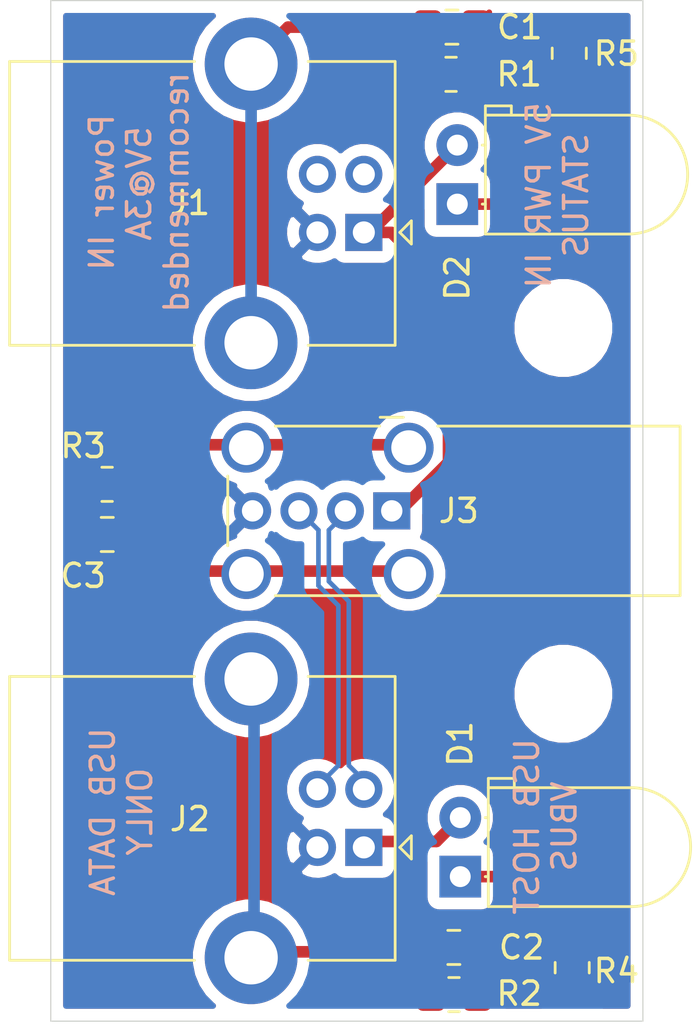
<source format=kicad_pcb>
(kicad_pcb (version 20171130) (host pcbnew 5.1.10-88a1d61d58~88~ubuntu20.04.1)

  (general
    (thickness 1.6)
    (drawings 9)
    (tracks 43)
    (zones 0)
    (modules 15)
    (nets 13)
  )

  (page A4)
  (layers
    (0 F.Cu signal)
    (31 B.Cu signal)
    (32 B.Adhes user)
    (33 F.Adhes user)
    (34 B.Paste user)
    (35 F.Paste user)
    (36 B.SilkS user)
    (37 F.SilkS user)
    (38 B.Mask user)
    (39 F.Mask user)
    (40 Dwgs.User user)
    (41 Cmts.User user)
    (42 Eco1.User user)
    (43 Eco2.User user)
    (44 Edge.Cuts user)
    (45 Margin user)
    (46 B.CrtYd user)
    (47 F.CrtYd user)
    (48 B.Fab user)
    (49 F.Fab user)
  )

  (setup
    (last_trace_width 0.25)
    (user_trace_width 0.25)
    (user_trace_width 0.5)
    (trace_clearance 0.2)
    (zone_clearance 0.508)
    (zone_45_only no)
    (trace_min 0.2)
    (via_size 0.8)
    (via_drill 0.4)
    (via_min_size 0.4)
    (via_min_drill 0.3)
    (uvia_size 0.3)
    (uvia_drill 0.1)
    (uvias_allowed no)
    (uvia_min_size 0.2)
    (uvia_min_drill 0.1)
    (edge_width 0.05)
    (segment_width 0.2)
    (pcb_text_width 0.3)
    (pcb_text_size 1.5 1.5)
    (mod_edge_width 0.12)
    (mod_text_size 1 1)
    (mod_text_width 0.15)
    (pad_size 4 4)
    (pad_drill 2.3)
    (pad_to_mask_clearance 0)
    (aux_axis_origin 0 0)
    (grid_origin 12.573 12.573)
    (visible_elements FFFFFF7F)
    (pcbplotparams
      (layerselection 0x010fc_ffffffff)
      (usegerberextensions false)
      (usegerberattributes true)
      (usegerberadvancedattributes true)
      (creategerberjobfile true)
      (excludeedgelayer true)
      (linewidth 0.100000)
      (plotframeref false)
      (viasonmask false)
      (mode 1)
      (useauxorigin false)
      (hpglpennumber 1)
      (hpglpenspeed 20)
      (hpglpendiameter 15.000000)
      (psnegative false)
      (psa4output false)
      (plotreference true)
      (plotvalue true)
      (plotinvisibletext false)
      (padsonsilk false)
      (subtractmaskfromsilk false)
      (outputformat 1)
      (mirror false)
      (drillshape 1)
      (scaleselection 1)
      (outputdirectory ""))
  )

  (net 0 "")
  (net 1 "Net-(C1-Pad2)")
  (net 2 GND)
  (net 3 "Net-(C2-Pad2)")
  (net 4 "Net-(C3-Pad2)")
  (net 5 "Net-(J1-Pad2)")
  (net 6 "Net-(J1-Pad3)")
  (net 7 D+)
  (net 8 D-)
  (net 9 "Net-(D1-Pad2)")
  (net 10 "Net-(D1-Pad1)")
  (net 11 "Net-(D2-Pad2)")
  (net 12 "Net-(D2-Pad1)")

  (net_class Default "This is the default net class."
    (clearance 0.2)
    (trace_width 0.25)
    (via_dia 0.8)
    (via_drill 0.4)
    (uvia_dia 0.3)
    (uvia_drill 0.1)
    (add_net D+)
    (add_net D-)
    (add_net GND)
    (add_net "Net-(C1-Pad2)")
    (add_net "Net-(C2-Pad2)")
    (add_net "Net-(C3-Pad2)")
    (add_net "Net-(D1-Pad1)")
    (add_net "Net-(D1-Pad2)")
    (add_net "Net-(D2-Pad1)")
    (add_net "Net-(D2-Pad2)")
    (add_net "Net-(J1-Pad2)")
    (add_net "Net-(J1-Pad3)")
  )

  (module MountingHole:MountingHole_3.2mm_M3 (layer F.Cu) (tedit 56D1B4CB) (tstamp 608873DB)
    (at 34.671 42.418)
    (descr "Mounting Hole 3.2mm, no annular, M3")
    (tags "mounting hole 3.2mm no annular m3")
    (path /608F32E7)
    (attr virtual)
    (fp_text reference H2 (at 0.127 0) (layer F.SilkS) hide
      (effects (font (size 1 1) (thickness 0.15)))
    )
    (fp_text value MountingHole (at 0 4.2) (layer F.Fab)
      (effects (font (size 1 1) (thickness 0.15)))
    )
    (fp_circle (center 0 0) (end 3.45 0) (layer F.CrtYd) (width 0.05))
    (fp_circle (center 0 0) (end 3.2 0) (layer Cmts.User) (width 0.15))
    (fp_text user %R (at 0.3 0) (layer F.Fab)
      (effects (font (size 1 1) (thickness 0.15)))
    )
    (pad 1 np_thru_hole circle (at 0 0) (size 3.2 3.2) (drill 3.2) (layers *.Cu *.Mask))
  )

  (module MountingHole:MountingHole_3.2mm_M3 (layer F.Cu) (tedit 56D1B4CB) (tstamp 608873D3)
    (at 34.671 26.67)
    (descr "Mounting Hole 3.2mm, no annular, M3")
    (tags "mounting hole 3.2mm no annular m3")
    (path /608F287C)
    (attr virtual)
    (fp_text reference H1 (at 0 0.127) (layer F.SilkS) hide
      (effects (font (size 1 1) (thickness 0.15)))
    )
    (fp_text value MountingHole (at 0 4.2) (layer F.Fab)
      (effects (font (size 1 1) (thickness 0.15)))
    )
    (fp_circle (center 0 0) (end 3.45 0) (layer F.CrtYd) (width 0.05))
    (fp_circle (center 0 0) (end 3.2 0) (layer Cmts.User) (width 0.15))
    (fp_text user %R (at 0.3 0) (layer F.Fab)
      (effects (font (size 1 1) (thickness 0.15)))
    )
    (pad 1 np_thru_hole circle (at 0 0) (size 3.2 3.2) (drill 3.2) (layers *.Cu *.Mask))
  )

  (module LED_THT:LED_D5.0mm_Horizontal_O1.27mm_Z3.0mm (layer F.Cu) (tedit 5880A862) (tstamp 608873CB)
    (at 30.099 21.336 90)
    (descr "LED, diameter 5.0mm z-position of LED center 3.0mm, 2 pins")
    (tags "LED diameter 5.0mm z-position of LED center 3.0mm 2 pins")
    (path /608CA4B1)
    (fp_text reference D2 (at -3.175 0 90) (layer F.SilkS)
      (effects (font (size 1 1) (thickness 0.15)))
    )
    (fp_text value "LED RED" (at 1.27 6.731 90) (layer F.Fab)
      (effects (font (size 1 1) (thickness 0.15)))
    )
    (fp_line (start 4.5 -1.25) (end -1.95 -1.25) (layer F.CrtYd) (width 0.05))
    (fp_line (start 4.5 10.2) (end 4.5 -1.25) (layer F.CrtYd) (width 0.05))
    (fp_line (start -1.95 10.2) (end 4.5 10.2) (layer F.CrtYd) (width 0.05))
    (fp_line (start -1.95 -1.25) (end -1.95 10.2) (layer F.CrtYd) (width 0.05))
    (fp_line (start 2.54 1.08) (end 2.54 1.08) (layer F.SilkS) (width 0.12))
    (fp_line (start 2.54 1.21) (end 2.54 1.08) (layer F.SilkS) (width 0.12))
    (fp_line (start 2.54 1.21) (end 2.54 1.21) (layer F.SilkS) (width 0.12))
    (fp_line (start 2.54 1.08) (end 2.54 1.21) (layer F.SilkS) (width 0.12))
    (fp_line (start 0 1.08) (end 0 1.08) (layer F.SilkS) (width 0.12))
    (fp_line (start 0 1.21) (end 0 1.08) (layer F.SilkS) (width 0.12))
    (fp_line (start 0 1.21) (end 0 1.21) (layer F.SilkS) (width 0.12))
    (fp_line (start 0 1.08) (end 0 1.21) (layer F.SilkS) (width 0.12))
    (fp_line (start 3.83 1.21) (end 4.23 1.21) (layer F.SilkS) (width 0.12))
    (fp_line (start 3.83 2.33) (end 3.83 1.21) (layer F.SilkS) (width 0.12))
    (fp_line (start 4.23 2.33) (end 3.83 2.33) (layer F.SilkS) (width 0.12))
    (fp_line (start 4.23 1.21) (end 4.23 2.33) (layer F.SilkS) (width 0.12))
    (fp_line (start -1.29 1.21) (end 3.83 1.21) (layer F.SilkS) (width 0.12))
    (fp_line (start 3.83 1.21) (end 3.83 7.37) (layer F.SilkS) (width 0.12))
    (fp_line (start -1.29 1.21) (end -1.29 7.37) (layer F.SilkS) (width 0.12))
    (fp_line (start 2.54 0) (end 2.54 0) (layer F.Fab) (width 0.1))
    (fp_line (start 2.54 1.27) (end 2.54 0) (layer F.Fab) (width 0.1))
    (fp_line (start 2.54 1.27) (end 2.54 1.27) (layer F.Fab) (width 0.1))
    (fp_line (start 2.54 0) (end 2.54 1.27) (layer F.Fab) (width 0.1))
    (fp_line (start 0 0) (end 0 0) (layer F.Fab) (width 0.1))
    (fp_line (start 0 1.27) (end 0 0) (layer F.Fab) (width 0.1))
    (fp_line (start 0 1.27) (end 0 1.27) (layer F.Fab) (width 0.1))
    (fp_line (start 0 0) (end 0 1.27) (layer F.Fab) (width 0.1))
    (fp_line (start 3.77 1.27) (end 4.17 1.27) (layer F.Fab) (width 0.1))
    (fp_line (start 3.77 2.27) (end 3.77 1.27) (layer F.Fab) (width 0.1))
    (fp_line (start 4.17 2.27) (end 3.77 2.27) (layer F.Fab) (width 0.1))
    (fp_line (start 4.17 1.27) (end 4.17 2.27) (layer F.Fab) (width 0.1))
    (fp_line (start -1.23 1.27) (end 3.77 1.27) (layer F.Fab) (width 0.1))
    (fp_line (start 3.77 1.27) (end 3.77 7.37) (layer F.Fab) (width 0.1))
    (fp_line (start -1.23 1.27) (end -1.23 7.37) (layer F.Fab) (width 0.1))
    (fp_arc (start 1.27 7.37) (end -1.29 7.37) (angle -180) (layer F.SilkS) (width 0.12))
    (fp_arc (start 1.27 7.37) (end -1.23 7.37) (angle -180) (layer F.Fab) (width 0.1))
    (pad 2 thru_hole circle (at 2.54 0 90) (size 1.8 1.8) (drill 0.9) (layers *.Cu *.Mask)
      (net 11 "Net-(D2-Pad2)"))
    (pad 1 thru_hole rect (at 0 0 90) (size 1.8 1.8) (drill 0.9) (layers *.Cu *.Mask)
      (net 12 "Net-(D2-Pad1)"))
    (model ${KISYS3DMOD}/LED_THT.3dshapes/LED_D5.0mm_Horizontal_O1.27mm_Z3.0mm.wrl
      (at (xyz 0 0 0))
      (scale (xyz 1 1 1))
      (rotate (xyz 0 0 0))
    )
  )

  (module LED_THT:LED_D5.0mm_Horizontal_O1.27mm_Z3.0mm (layer F.Cu) (tedit 5880A862) (tstamp 608873A1)
    (at 30.226 50.292 90)
    (descr "LED, diameter 5.0mm z-position of LED center 3.0mm, 2 pins")
    (tags "LED diameter 5.0mm z-position of LED center 3.0mm 2 pins")
    (path /608BE5A6)
    (fp_text reference D1 (at 5.715 0 90) (layer F.SilkS)
      (effects (font (size 1 1) (thickness 0.15)))
    )
    (fp_text value "LED RED" (at 1.27 6.604 90) (layer F.Fab)
      (effects (font (size 1 1) (thickness 0.15)))
    )
    (fp_line (start 4.5 -1.25) (end -1.95 -1.25) (layer F.CrtYd) (width 0.05))
    (fp_line (start 4.5 10.2) (end 4.5 -1.25) (layer F.CrtYd) (width 0.05))
    (fp_line (start -1.95 10.2) (end 4.5 10.2) (layer F.CrtYd) (width 0.05))
    (fp_line (start -1.95 -1.25) (end -1.95 10.2) (layer F.CrtYd) (width 0.05))
    (fp_line (start 2.54 1.08) (end 2.54 1.08) (layer F.SilkS) (width 0.12))
    (fp_line (start 2.54 1.21) (end 2.54 1.08) (layer F.SilkS) (width 0.12))
    (fp_line (start 2.54 1.21) (end 2.54 1.21) (layer F.SilkS) (width 0.12))
    (fp_line (start 2.54 1.08) (end 2.54 1.21) (layer F.SilkS) (width 0.12))
    (fp_line (start 0 1.08) (end 0 1.08) (layer F.SilkS) (width 0.12))
    (fp_line (start 0 1.21) (end 0 1.08) (layer F.SilkS) (width 0.12))
    (fp_line (start 0 1.21) (end 0 1.21) (layer F.SilkS) (width 0.12))
    (fp_line (start 0 1.08) (end 0 1.21) (layer F.SilkS) (width 0.12))
    (fp_line (start 3.83 1.21) (end 4.23 1.21) (layer F.SilkS) (width 0.12))
    (fp_line (start 3.83 2.33) (end 3.83 1.21) (layer F.SilkS) (width 0.12))
    (fp_line (start 4.23 2.33) (end 3.83 2.33) (layer F.SilkS) (width 0.12))
    (fp_line (start 4.23 1.21) (end 4.23 2.33) (layer F.SilkS) (width 0.12))
    (fp_line (start -1.29 1.21) (end 3.83 1.21) (layer F.SilkS) (width 0.12))
    (fp_line (start 3.83 1.21) (end 3.83 7.37) (layer F.SilkS) (width 0.12))
    (fp_line (start -1.29 1.21) (end -1.29 7.37) (layer F.SilkS) (width 0.12))
    (fp_line (start 2.54 0) (end 2.54 0) (layer F.Fab) (width 0.1))
    (fp_line (start 2.54 1.27) (end 2.54 0) (layer F.Fab) (width 0.1))
    (fp_line (start 2.54 1.27) (end 2.54 1.27) (layer F.Fab) (width 0.1))
    (fp_line (start 2.54 0) (end 2.54 1.27) (layer F.Fab) (width 0.1))
    (fp_line (start 0 0) (end 0 0) (layer F.Fab) (width 0.1))
    (fp_line (start 0 1.27) (end 0 0) (layer F.Fab) (width 0.1))
    (fp_line (start 0 1.27) (end 0 1.27) (layer F.Fab) (width 0.1))
    (fp_line (start 0 0) (end 0 1.27) (layer F.Fab) (width 0.1))
    (fp_line (start 3.77 1.27) (end 4.17 1.27) (layer F.Fab) (width 0.1))
    (fp_line (start 3.77 2.27) (end 3.77 1.27) (layer F.Fab) (width 0.1))
    (fp_line (start 4.17 2.27) (end 3.77 2.27) (layer F.Fab) (width 0.1))
    (fp_line (start 4.17 1.27) (end 4.17 2.27) (layer F.Fab) (width 0.1))
    (fp_line (start -1.23 1.27) (end 3.77 1.27) (layer F.Fab) (width 0.1))
    (fp_line (start 3.77 1.27) (end 3.77 7.37) (layer F.Fab) (width 0.1))
    (fp_line (start -1.23 1.27) (end -1.23 7.37) (layer F.Fab) (width 0.1))
    (fp_arc (start 1.27 7.37) (end -1.29 7.37) (angle -180) (layer F.SilkS) (width 0.12))
    (fp_arc (start 1.27 7.37) (end -1.23 7.37) (angle -180) (layer F.Fab) (width 0.1))
    (pad 2 thru_hole circle (at 2.54 0 90) (size 1.8 1.8) (drill 0.9) (layers *.Cu *.Mask)
      (net 9 "Net-(D1-Pad2)"))
    (pad 1 thru_hole rect (at 0 0 90) (size 1.8 1.8) (drill 0.9) (layers *.Cu *.Mask)
      (net 10 "Net-(D1-Pad1)"))
    (model ${KISYS3DMOD}/LED_THT.3dshapes/LED_D5.0mm_Horizontal_O1.27mm_Z3.0mm.wrl
      (at (xyz 0 0 0))
      (scale (xyz 1 1 1))
      (rotate (xyz 0 0 0))
    )
  )

  (module Resistor_SMD:R_0805_2012Metric_Pad1.20x1.40mm_HandSolder (layer F.Cu) (tedit 5F68FEEE) (tstamp 60885437)
    (at 34.925 14.843 90)
    (descr "Resistor SMD 0805 (2012 Metric), square (rectangular) end terminal, IPC_7351 nominal with elongated pad for handsoldering. (Body size source: IPC-SM-782 page 72, https://www.pcb-3d.com/wordpress/wp-content/uploads/ipc-sm-782a_amendment_1_and_2.pdf), generated with kicad-footprint-generator")
    (tags "resistor handsolder")
    (path /608CA4B8)
    (attr smd)
    (fp_text reference R5 (at -0.016 2.032) (layer F.SilkS)
      (effects (font (size 1 1) (thickness 0.15)))
    )
    (fp_text value 1k (at 0 1.65 90) (layer F.Fab)
      (effects (font (size 1 1) (thickness 0.15)))
    )
    (fp_line (start 1.85 0.95) (end -1.85 0.95) (layer F.CrtYd) (width 0.05))
    (fp_line (start 1.85 -0.95) (end 1.85 0.95) (layer F.CrtYd) (width 0.05))
    (fp_line (start -1.85 -0.95) (end 1.85 -0.95) (layer F.CrtYd) (width 0.05))
    (fp_line (start -1.85 0.95) (end -1.85 -0.95) (layer F.CrtYd) (width 0.05))
    (fp_line (start -0.227064 0.735) (end 0.227064 0.735) (layer F.SilkS) (width 0.12))
    (fp_line (start -0.227064 -0.735) (end 0.227064 -0.735) (layer F.SilkS) (width 0.12))
    (fp_line (start 1 0.625) (end -1 0.625) (layer F.Fab) (width 0.1))
    (fp_line (start 1 -0.625) (end 1 0.625) (layer F.Fab) (width 0.1))
    (fp_line (start -1 -0.625) (end 1 -0.625) (layer F.Fab) (width 0.1))
    (fp_line (start -1 0.625) (end -1 -0.625) (layer F.Fab) (width 0.1))
    (fp_text user %R (at 0 0 90) (layer F.Fab)
      (effects (font (size 0.5 0.5) (thickness 0.08)))
    )
    (pad 2 smd roundrect (at 1 0 90) (size 1.2 1.4) (layers F.Cu F.Paste F.Mask) (roundrect_rratio 0.208333)
      (net 2 GND))
    (pad 1 smd roundrect (at -1 0 90) (size 1.2 1.4) (layers F.Cu F.Paste F.Mask) (roundrect_rratio 0.208333)
      (net 12 "Net-(D2-Pad1)"))
    (model ${KISYS3DMOD}/Resistor_SMD.3dshapes/R_0805_2012Metric.wrl
      (at (xyz 0 0 0))
      (scale (xyz 1 1 1))
      (rotate (xyz 0 0 0))
    )
  )

  (module Resistor_SMD:R_0805_2012Metric_Pad1.20x1.40mm_HandSolder (layer F.Cu) (tedit 5F68FEEE) (tstamp 60885426)
    (at 35.052 54.213 270)
    (descr "Resistor SMD 0805 (2012 Metric), square (rectangular) end terminal, IPC_7351 nominal with elongated pad for handsoldering. (Body size source: IPC-SM-782 page 72, https://www.pcb-3d.com/wordpress/wp-content/uploads/ipc-sm-782a_amendment_1_and_2.pdf), generated with kicad-footprint-generator")
    (tags "resistor handsolder")
    (path /608BFFD7)
    (attr smd)
    (fp_text reference R4 (at 0.143 -1.905) (layer F.SilkS)
      (effects (font (size 1 1) (thickness 0.15)))
    )
    (fp_text value 1K (at 0 1.65 90) (layer F.Fab)
      (effects (font (size 1 1) (thickness 0.15)))
    )
    (fp_line (start 1.85 0.95) (end -1.85 0.95) (layer F.CrtYd) (width 0.05))
    (fp_line (start 1.85 -0.95) (end 1.85 0.95) (layer F.CrtYd) (width 0.05))
    (fp_line (start -1.85 -0.95) (end 1.85 -0.95) (layer F.CrtYd) (width 0.05))
    (fp_line (start -1.85 0.95) (end -1.85 -0.95) (layer F.CrtYd) (width 0.05))
    (fp_line (start -0.227064 0.735) (end 0.227064 0.735) (layer F.SilkS) (width 0.12))
    (fp_line (start -0.227064 -0.735) (end 0.227064 -0.735) (layer F.SilkS) (width 0.12))
    (fp_line (start 1 0.625) (end -1 0.625) (layer F.Fab) (width 0.1))
    (fp_line (start 1 -0.625) (end 1 0.625) (layer F.Fab) (width 0.1))
    (fp_line (start -1 -0.625) (end 1 -0.625) (layer F.Fab) (width 0.1))
    (fp_line (start -1 0.625) (end -1 -0.625) (layer F.Fab) (width 0.1))
    (fp_text user %R (at 0 0 90) (layer F.Fab)
      (effects (font (size 0.5 0.5) (thickness 0.08)))
    )
    (pad 2 smd roundrect (at 1 0 270) (size 1.2 1.4) (layers F.Cu F.Paste F.Mask) (roundrect_rratio 0.208333)
      (net 2 GND))
    (pad 1 smd roundrect (at -1 0 270) (size 1.2 1.4) (layers F.Cu F.Paste F.Mask) (roundrect_rratio 0.208333)
      (net 10 "Net-(D1-Pad1)"))
    (model ${KISYS3DMOD}/Resistor_SMD.3dshapes/R_0805_2012Metric.wrl
      (at (xyz 0 0 0))
      (scale (xyz 1 1 1))
      (rotate (xyz 0 0 0))
    )
  )

  (module Connector_USB:USB_B_Lumberg_2411_02_Horizontal locked (layer F.Cu) (tedit 60912EC2) (tstamp 60883BE9)
    (at 26.069 22.555 180)
    (descr "USB 2.0 receptacle type B, horizontal version, through-hole, https://downloads.lumberg.com/datenblaetter/en/2411_02.pdf")
    (tags "USB B receptacle horizontal through-hole")
    (path /6087DABA)
    (fp_text reference J1 (at 7.493 1.27 180) (layer F.SilkS)
      (effects (font (size 1 1) (thickness 0.15)))
    )
    (fp_text value USB_B (at 11.176 8.509) (layer F.Fab)
      (effects (font (size 1 1) (thickness 0.15)))
    )
    (fp_line (start -1.74 -7.25) (end -1.74 9.75) (layer F.CrtYd) (width 0.05))
    (fp_line (start 15.66 -7.25) (end -1.74 -7.25) (layer F.CrtYd) (width 0.05))
    (fp_line (start 15.66 9.75) (end 15.66 -7.25) (layer F.CrtYd) (width 0.05))
    (fp_line (start -1.74 9.75) (end 15.66 9.75) (layer F.CrtYd) (width 0.05))
    (fp_line (start -2.05 0.5) (end -1.55 0) (layer F.SilkS) (width 0.12))
    (fp_line (start -2.05 -0.5) (end -2.05 0.5) (layer F.SilkS) (width 0.12))
    (fp_line (start -1.55 0) (end -2.05 -0.5) (layer F.SilkS) (width 0.12))
    (fp_line (start 15.27 7.36) (end 7.3 7.36) (layer F.SilkS) (width 0.12))
    (fp_line (start 15.27 -4.86) (end 7.3 -4.86) (layer F.SilkS) (width 0.12))
    (fp_line (start 15.27 7.36) (end 15.27 -4.86) (layer F.SilkS) (width 0.12))
    (fp_line (start -1.35 -4.86) (end 2.4 -4.86) (layer F.SilkS) (width 0.12))
    (fp_line (start -1.35 7.36) (end 2.4 7.36) (layer F.SilkS) (width 0.12))
    (fp_line (start -1.35 7.36) (end -1.35 -4.86) (layer F.SilkS) (width 0.12))
    (fp_line (start -0.75 0) (end -1.24 -0.49) (layer F.Fab) (width 0.1))
    (fp_line (start -1.24 0.49) (end -0.75 0) (layer F.Fab) (width 0.1))
    (fp_line (start 15.16 7.25) (end -1.24 7.25) (layer F.Fab) (width 0.1))
    (fp_line (start 15.16 -4.75) (end 15.16 7.25) (layer F.Fab) (width 0.1))
    (fp_line (start -1.24 -4.75) (end 15.16 -4.75) (layer F.Fab) (width 0.1))
    (fp_line (start -1.24 7.25) (end -1.24 -4.75) (layer F.Fab) (width 0.1))
    (fp_text user %R (at 7.5 1.25 180) (layer F.Fab)
      (effects (font (size 1 1) (thickness 0.15)))
    )
    (pad 5 thru_hole circle (at 4.86 -4.75 270) (size 4 4) (drill 2.3) (layers *.Cu *.Mask)
      (net 1 "Net-(C1-Pad2)"))
    (pad 5 thru_hole circle (at 4.86 7.25 270) (size 4 4) (drill 2.3) (layers *.Cu *.Mask)
      (net 1 "Net-(C1-Pad2)"))
    (pad 4 thru_hole circle (at 2 0 270) (size 1.6 1.6) (drill 0.95) (layers *.Cu *.Mask)
      (net 2 GND))
    (pad 3 thru_hole circle (at 2 2.5 270) (size 1.6 1.6) (drill 0.95) (layers *.Cu *.Mask)
      (net 6 "Net-(J1-Pad3)"))
    (pad 2 thru_hole circle (at 0 2.5 270) (size 1.6 1.6) (drill 0.95) (layers *.Cu *.Mask)
      (net 5 "Net-(J1-Pad2)"))
    (pad 1 thru_hole rect (at 0 0 270) (size 1.6 1.6) (drill 0.95) (layers *.Cu *.Mask)
      (net 11 "Net-(D2-Pad2)"))
    (model "${KIPRJMOD}/3DFiles/Download_STP_61410416121R (rev1).stp"
      (offset (xyz 7 -1.5 5.4))
      (scale (xyz 1 1 1))
      (rotate (xyz 0 0 90))
    )
  )

  (module Connector_USB:USB_A_Wuerth_614004134726_Horizontal locked (layer F.Cu) (tedit 5E77E221) (tstamp 60912F92)
    (at 27.273 34.544 180)
    (descr "USB A connector https://www.we-online.com/catalog/datasheet/614004134726.pdf")
    (tags "USB_A Female Connector receptacle")
    (path /6087E080)
    (fp_text reference J3 (at -2.89 0) (layer F.SilkS)
      (effects (font (size 1 1) (thickness 0.15)))
    )
    (fp_text value USB_A (at -7.716 0.127) (layer F.Fab)
      (effects (font (size 1 1) (thickness 0.15)))
    )
    (fp_line (start -0.5 4.03) (end 0.5 4.03) (layer F.SilkS) (width 0.12))
    (fp_line (start 7.07 -1.5) (end 7.07 1.5) (layer F.SilkS) (width 0.12))
    (fp_line (start 0 1.25) (end 0.5 3.55) (layer F.Fab) (width 0.1))
    (fp_line (start -0.5 3.55) (end 0 1.25) (layer F.Fab) (width 0.1))
    (fp_line (start -12.33 3.55) (end -12.33 -3.55) (layer F.Fab) (width 0.1))
    (fp_line (start 6.97 3.55) (end -12.33 3.55) (layer F.Fab) (width 0.1))
    (fp_line (start 6.97 -3.55) (end 6.97 3.55) (layer F.Fab) (width 0.1))
    (fp_line (start -12.33 -3.55) (end 6.97 -3.55) (layer F.Fab) (width 0.1))
    (fp_line (start -12.83 4.3) (end -12.83 -4.3) (layer F.CrtYd) (width 0.05))
    (fp_line (start 7.85 4.3) (end -12.83 4.3) (layer F.CrtYd) (width 0.05))
    (fp_line (start 7.85 -4.3) (end 7.85 4.3) (layer F.CrtYd) (width 0.05))
    (fp_line (start -12.83 -4.3) (end 7.85 -4.3) (layer F.CrtYd) (width 0.05))
    (fp_line (start 0.52 3.65) (end 5.02 3.65) (layer F.SilkS) (width 0.12))
    (fp_line (start 0.52 -3.65) (end 5.02 -3.65) (layer F.SilkS) (width 0.12))
    (fp_line (start -12.43 3.65) (end -1.98 3.65) (layer F.SilkS) (width 0.12))
    (fp_line (start -12.43 -3.65) (end -12.43 3.65) (layer F.SilkS) (width 0.12))
    (fp_line (start -12.43 -3.65) (end -1.98 -3.65) (layer F.SilkS) (width 0.12))
    (fp_text user %R (at -2.855 0) (layer F.Fab)
      (effects (font (size 1 1) (thickness 0.15)))
    )
    (pad 5 thru_hole circle (at -0.73 -2.72 180) (size 2.15 2.15) (drill 1.5) (layers *.Cu *.Mask)
      (net 4 "Net-(C3-Pad2)"))
    (pad 5 thru_hole circle (at 6.27 -2.72 180) (size 2.15 2.15) (drill 1.5) (layers *.Cu *.Mask)
      (net 4 "Net-(C3-Pad2)"))
    (pad 5 thru_hole circle (at 6.27 2.72 180) (size 2.15 2.15) (drill 1.5) (layers *.Cu *.Mask)
      (net 4 "Net-(C3-Pad2)"))
    (pad 5 thru_hole circle (at -0.73 2.72 180) (size 2.15 2.15) (drill 1.5) (layers *.Cu *.Mask)
      (net 4 "Net-(C3-Pad2)"))
    (pad 1 thru_hole rect (at 0 0 180) (size 1.6 1.6) (drill 0.92) (layers *.Cu *.Mask)
      (net 11 "Net-(D2-Pad2)"))
    (pad 2 thru_hole circle (at 2 0 180) (size 1.6 1.6) (drill 0.92) (layers *.Cu *.Mask)
      (net 8 D-))
    (pad 3 thru_hole circle (at 4 0 180) (size 1.6 1.6) (drill 0.92) (layers *.Cu *.Mask)
      (net 7 D+))
    (pad 4 thru_hole circle (at 6 0 180) (size 1.6 1.6) (drill 0.92) (layers *.Cu *.Mask)
      (net 2 GND))
    (model "${KIPRJMOD}/3DFiles/Download_STP_614004134726 (rev1).stp"
      (offset (xyz -2.5 0 7.4))
      (scale (xyz 1 1 1))
      (rotate (xyz 0 -180 -180))
    )
  )

  (module Resistor_SMD:R_0805_2012Metric_Pad1.20x1.40mm_HandSolder (layer F.Cu) (tedit 5F68FEEE) (tstamp 60883C58)
    (at 15.002 33.401 180)
    (descr "Resistor SMD 0805 (2012 Metric), square (rectangular) end terminal, IPC_7351 nominal with elongated pad for handsoldering. (Body size source: IPC-SM-782 page 72, https://www.pcb-3d.com/wordpress/wp-content/uploads/ipc-sm-782a_amendment_1_and_2.pdf), generated with kicad-footprint-generator")
    (tags "resistor handsolder")
    (path /60895C01)
    (attr smd)
    (fp_text reference R3 (at 1.032 1.651) (layer F.SilkS)
      (effects (font (size 1 1) (thickness 0.15)))
    )
    (fp_text value 100k (at 0.143 2.921) (layer F.Fab)
      (effects (font (size 1 1) (thickness 0.15)))
    )
    (fp_line (start 1.85 0.95) (end -1.85 0.95) (layer F.CrtYd) (width 0.05))
    (fp_line (start 1.85 -0.95) (end 1.85 0.95) (layer F.CrtYd) (width 0.05))
    (fp_line (start -1.85 -0.95) (end 1.85 -0.95) (layer F.CrtYd) (width 0.05))
    (fp_line (start -1.85 0.95) (end -1.85 -0.95) (layer F.CrtYd) (width 0.05))
    (fp_line (start -0.227064 0.735) (end 0.227064 0.735) (layer F.SilkS) (width 0.12))
    (fp_line (start -0.227064 -0.735) (end 0.227064 -0.735) (layer F.SilkS) (width 0.12))
    (fp_line (start 1 0.625) (end -1 0.625) (layer F.Fab) (width 0.1))
    (fp_line (start 1 -0.625) (end 1 0.625) (layer F.Fab) (width 0.1))
    (fp_line (start -1 -0.625) (end 1 -0.625) (layer F.Fab) (width 0.1))
    (fp_line (start -1 0.625) (end -1 -0.625) (layer F.Fab) (width 0.1))
    (fp_text user %R (at 0 0) (layer F.Fab)
      (effects (font (size 0.5 0.5) (thickness 0.08)))
    )
    (pad 2 smd roundrect (at 1 0 180) (size 1.2 1.4) (layers F.Cu F.Paste F.Mask) (roundrect_rratio 0.208333)
      (net 2 GND))
    (pad 1 smd roundrect (at -1 0 180) (size 1.2 1.4) (layers F.Cu F.Paste F.Mask) (roundrect_rratio 0.208333)
      (net 4 "Net-(C3-Pad2)"))
    (model ${KISYS3DMOD}/Resistor_SMD.3dshapes/R_0805_2012Metric.wrl
      (at (xyz 0 0 0))
      (scale (xyz 1 1 1))
      (rotate (xyz 0 0 0))
    )
  )

  (module Resistor_SMD:R_0805_2012Metric_Pad1.20x1.40mm_HandSolder (layer F.Cu) (tedit 5F68FEEE) (tstamp 60883C47)
    (at 29.956 55.372)
    (descr "Resistor SMD 0805 (2012 Metric), square (rectangular) end terminal, IPC_7351 nominal with elongated pad for handsoldering. (Body size source: IPC-SM-782 page 72, https://www.pcb-3d.com/wordpress/wp-content/uploads/ipc-sm-782a_amendment_1_and_2.pdf), generated with kicad-footprint-generator")
    (tags "resistor handsolder")
    (path /6089479B)
    (attr smd)
    (fp_text reference R2 (at 2.811 -0.043) (layer F.SilkS)
      (effects (font (size 1 1) (thickness 0.15)))
    )
    (fp_text value 100k (at 4.081 -0.932 90) (layer F.Fab)
      (effects (font (size 1 1) (thickness 0.15)))
    )
    (fp_line (start 1.85 0.95) (end -1.85 0.95) (layer F.CrtYd) (width 0.05))
    (fp_line (start 1.85 -0.95) (end 1.85 0.95) (layer F.CrtYd) (width 0.05))
    (fp_line (start -1.85 -0.95) (end 1.85 -0.95) (layer F.CrtYd) (width 0.05))
    (fp_line (start -1.85 0.95) (end -1.85 -0.95) (layer F.CrtYd) (width 0.05))
    (fp_line (start -0.227064 0.735) (end 0.227064 0.735) (layer F.SilkS) (width 0.12))
    (fp_line (start -0.227064 -0.735) (end 0.227064 -0.735) (layer F.SilkS) (width 0.12))
    (fp_line (start 1 0.625) (end -1 0.625) (layer F.Fab) (width 0.1))
    (fp_line (start 1 -0.625) (end 1 0.625) (layer F.Fab) (width 0.1))
    (fp_line (start -1 -0.625) (end 1 -0.625) (layer F.Fab) (width 0.1))
    (fp_line (start -1 0.625) (end -1 -0.625) (layer F.Fab) (width 0.1))
    (fp_text user %R (at 0 0) (layer F.Fab)
      (effects (font (size 0.5 0.5) (thickness 0.08)))
    )
    (pad 2 smd roundrect (at 1 0) (size 1.2 1.4) (layers F.Cu F.Paste F.Mask) (roundrect_rratio 0.208333)
      (net 2 GND))
    (pad 1 smd roundrect (at -1 0) (size 1.2 1.4) (layers F.Cu F.Paste F.Mask) (roundrect_rratio 0.208333)
      (net 3 "Net-(C2-Pad2)"))
    (model ${KISYS3DMOD}/Resistor_SMD.3dshapes/R_0805_2012Metric.wrl
      (at (xyz 0 0 0))
      (scale (xyz 1 1 1))
      (rotate (xyz 0 0 0))
    )
  )

  (module Resistor_SMD:R_0805_2012Metric_Pad1.20x1.40mm_HandSolder (layer F.Cu) (tedit 5F68FEEE) (tstamp 60883C36)
    (at 29.829 15.748)
    (descr "Resistor SMD 0805 (2012 Metric), square (rectangular) end terminal, IPC_7351 nominal with elongated pad for handsoldering. (Body size source: IPC-SM-782 page 72, https://www.pcb-3d.com/wordpress/wp-content/uploads/ipc-sm-782a_amendment_1_and_2.pdf), generated with kicad-footprint-generator")
    (tags "resistor handsolder")
    (path /60882D19)
    (attr smd)
    (fp_text reference R1 (at 2.937 0) (layer F.SilkS)
      (effects (font (size 1 1) (thickness 0.15)))
    )
    (fp_text value 100k (at 4.588 -0.508 90) (layer F.Fab)
      (effects (font (size 1 1) (thickness 0.15)))
    )
    (fp_line (start 1.85 0.95) (end -1.85 0.95) (layer F.CrtYd) (width 0.05))
    (fp_line (start 1.85 -0.95) (end 1.85 0.95) (layer F.CrtYd) (width 0.05))
    (fp_line (start -1.85 -0.95) (end 1.85 -0.95) (layer F.CrtYd) (width 0.05))
    (fp_line (start -1.85 0.95) (end -1.85 -0.95) (layer F.CrtYd) (width 0.05))
    (fp_line (start -0.227064 0.735) (end 0.227064 0.735) (layer F.SilkS) (width 0.12))
    (fp_line (start -0.227064 -0.735) (end 0.227064 -0.735) (layer F.SilkS) (width 0.12))
    (fp_line (start 1 0.625) (end -1 0.625) (layer F.Fab) (width 0.1))
    (fp_line (start 1 -0.625) (end 1 0.625) (layer F.Fab) (width 0.1))
    (fp_line (start -1 -0.625) (end 1 -0.625) (layer F.Fab) (width 0.1))
    (fp_line (start -1 0.625) (end -1 -0.625) (layer F.Fab) (width 0.1))
    (fp_text user %R (at 0 0) (layer F.Fab)
      (effects (font (size 0.5 0.5) (thickness 0.08)))
    )
    (pad 2 smd roundrect (at 1 0) (size 1.2 1.4) (layers F.Cu F.Paste F.Mask) (roundrect_rratio 0.208333)
      (net 2 GND))
    (pad 1 smd roundrect (at -1 0) (size 1.2 1.4) (layers F.Cu F.Paste F.Mask) (roundrect_rratio 0.208333)
      (net 1 "Net-(C1-Pad2)"))
    (model ${KISYS3DMOD}/Resistor_SMD.3dshapes/R_0805_2012Metric.wrl
      (at (xyz 0 0 0))
      (scale (xyz 1 1 1))
      (rotate (xyz 0 0 0))
    )
  )

  (module Connector_USB:USB_B_Lumberg_2411_02_Horizontal locked (layer F.Cu) (tedit 5E6EAC30) (tstamp 60883C07)
    (at 26.069 49.033 180)
    (descr "USB 2.0 receptacle type B, horizontal version, through-hole, https://downloads.lumberg.com/datenblaetter/en/2411_02.pdf")
    (tags "USB B receptacle horizontal through-hole")
    (path /6087D18B)
    (fp_text reference J2 (at 7.5 1.219) (layer F.SilkS)
      (effects (font (size 1 1) (thickness 0.15)))
    )
    (fp_text value USB_B (at 12.861 8.585) (layer F.Fab)
      (effects (font (size 1 1) (thickness 0.15)))
    )
    (fp_line (start -1.74 -7.25) (end -1.74 9.75) (layer F.CrtYd) (width 0.05))
    (fp_line (start 15.66 -7.25) (end -1.74 -7.25) (layer F.CrtYd) (width 0.05))
    (fp_line (start 15.66 9.75) (end 15.66 -7.25) (layer F.CrtYd) (width 0.05))
    (fp_line (start -1.74 9.75) (end 15.66 9.75) (layer F.CrtYd) (width 0.05))
    (fp_line (start -2.05 0.5) (end -1.55 0) (layer F.SilkS) (width 0.12))
    (fp_line (start -2.05 -0.5) (end -2.05 0.5) (layer F.SilkS) (width 0.12))
    (fp_line (start -1.55 0) (end -2.05 -0.5) (layer F.SilkS) (width 0.12))
    (fp_line (start 15.27 7.36) (end 7.3 7.36) (layer F.SilkS) (width 0.12))
    (fp_line (start 15.27 -4.86) (end 7.3 -4.86) (layer F.SilkS) (width 0.12))
    (fp_line (start 15.27 7.36) (end 15.27 -4.86) (layer F.SilkS) (width 0.12))
    (fp_line (start -1.35 -4.86) (end 2.4 -4.86) (layer F.SilkS) (width 0.12))
    (fp_line (start -1.35 7.36) (end 2.4 7.36) (layer F.SilkS) (width 0.12))
    (fp_line (start -1.35 7.36) (end -1.35 -4.86) (layer F.SilkS) (width 0.12))
    (fp_line (start -0.75 0) (end -1.24 -0.49) (layer F.Fab) (width 0.1))
    (fp_line (start -1.24 0.49) (end -0.75 0) (layer F.Fab) (width 0.1))
    (fp_line (start 15.16 7.25) (end -1.24 7.25) (layer F.Fab) (width 0.1))
    (fp_line (start 15.16 -4.75) (end 15.16 7.25) (layer F.Fab) (width 0.1))
    (fp_line (start -1.24 -4.75) (end 15.16 -4.75) (layer F.Fab) (width 0.1))
    (fp_line (start -1.24 7.25) (end -1.24 -4.75) (layer F.Fab) (width 0.1))
    (fp_text user %R (at 7.5 1.25 180) (layer F.Fab)
      (effects (font (size 1 1) (thickness 0.15)))
    )
    (pad 5 thru_hole circle (at 4.86 -4.75 270) (size 4 4) (drill 2.3) (layers *.Cu *.Mask)
      (net 3 "Net-(C2-Pad2)"))
    (pad 5 thru_hole circle (at 4.86 7.25 270) (size 4 4) (drill 2.3) (layers *.Cu *.Mask)
      (net 3 "Net-(C2-Pad2)"))
    (pad 4 thru_hole circle (at 2 0 270) (size 1.6 1.6) (drill 0.95) (layers *.Cu *.Mask)
      (net 2 GND))
    (pad 3 thru_hole circle (at 2 2.5 270) (size 1.6 1.6) (drill 0.95) (layers *.Cu *.Mask)
      (net 7 D+))
    (pad 2 thru_hole circle (at 0 2.5 270) (size 1.6 1.6) (drill 0.95) (layers *.Cu *.Mask)
      (net 8 D-))
    (pad 1 thru_hole rect (at 0 0 270) (size 1.6 1.6) (drill 0.95) (layers *.Cu *.Mask)
      (net 9 "Net-(D1-Pad2)"))
    (model "${KIPRJMOD}/3DFiles/Download_STP_61410416121R (rev1).stp"
      (offset (xyz 7 -1.3 5.4))
      (scale (xyz 1 1 1))
      (rotate (xyz 0 0 90))
    )
  )

  (module Capacitor_SMD:C_0805_2012Metric_Pad1.18x1.45mm_HandSolder (layer F.Cu) (tedit 5F68FEEF) (tstamp 60883BCB)
    (at 15.0075 35.56)
    (descr "Capacitor SMD 0805 (2012 Metric), square (rectangular) end terminal, IPC_7351 nominal with elongated pad for handsoldering. (Body size source: IPC-SM-782 page 76, https://www.pcb-3d.com/wordpress/wp-content/uploads/ipc-sm-782a_amendment_1_and_2.pdf, https://docs.google.com/spreadsheets/d/1BsfQQcO9C6DZCsRaXUlFlo91Tg2WpOkGARC1WS5S8t0/edit?usp=sharing), generated with kicad-footprint-generator")
    (tags "capacitor handsolder")
    (path /60895C07)
    (attr smd)
    (fp_text reference C3 (at -1.0375 1.778) (layer F.SilkS)
      (effects (font (size 1 1) (thickness 0.15)))
    )
    (fp_text value 100nF (at -0.0215 3.048) (layer F.Fab)
      (effects (font (size 1 1) (thickness 0.15)))
    )
    (fp_line (start 1.88 0.98) (end -1.88 0.98) (layer F.CrtYd) (width 0.05))
    (fp_line (start 1.88 -0.98) (end 1.88 0.98) (layer F.CrtYd) (width 0.05))
    (fp_line (start -1.88 -0.98) (end 1.88 -0.98) (layer F.CrtYd) (width 0.05))
    (fp_line (start -1.88 0.98) (end -1.88 -0.98) (layer F.CrtYd) (width 0.05))
    (fp_line (start -0.261252 0.735) (end 0.261252 0.735) (layer F.SilkS) (width 0.12))
    (fp_line (start -0.261252 -0.735) (end 0.261252 -0.735) (layer F.SilkS) (width 0.12))
    (fp_line (start 1 0.625) (end -1 0.625) (layer F.Fab) (width 0.1))
    (fp_line (start 1 -0.625) (end 1 0.625) (layer F.Fab) (width 0.1))
    (fp_line (start -1 -0.625) (end 1 -0.625) (layer F.Fab) (width 0.1))
    (fp_line (start -1 0.625) (end -1 -0.625) (layer F.Fab) (width 0.1))
    (fp_text user %R (at 0 0) (layer F.Fab)
      (effects (font (size 0.5 0.5) (thickness 0.08)))
    )
    (pad 2 smd roundrect (at 1.0375 0) (size 1.175 1.45) (layers F.Cu F.Paste F.Mask) (roundrect_rratio 0.212766)
      (net 4 "Net-(C3-Pad2)"))
    (pad 1 smd roundrect (at -1.0375 0) (size 1.175 1.45) (layers F.Cu F.Paste F.Mask) (roundrect_rratio 0.212766)
      (net 2 GND))
    (model ${KISYS3DMOD}/Capacitor_SMD.3dshapes/C_0805_2012Metric.wrl
      (at (xyz 0 0 0))
      (scale (xyz 1 1 1))
      (rotate (xyz 0 0 0))
    )
  )

  (module Capacitor_SMD:C_0805_2012Metric_Pad1.18x1.45mm_HandSolder (layer F.Cu) (tedit 5F68FEEF) (tstamp 60883BBA)
    (at 29.9505 53.34 180)
    (descr "Capacitor SMD 0805 (2012 Metric), square (rectangular) end terminal, IPC_7351 nominal with elongated pad for handsoldering. (Body size source: IPC-SM-782 page 76, https://www.pcb-3d.com/wordpress/wp-content/uploads/ipc-sm-782a_amendment_1_and_2.pdf, https://docs.google.com/spreadsheets/d/1BsfQQcO9C6DZCsRaXUlFlo91Tg2WpOkGARC1WS5S8t0/edit?usp=sharing), generated with kicad-footprint-generator")
    (tags "capacitor handsolder")
    (path /608947A1)
    (attr smd)
    (fp_text reference C2 (at -2.921 0) (layer F.SilkS)
      (effects (font (size 1 1) (thickness 0.15)))
    )
    (fp_text value 100nF (at -2.667 -0.889 90) (layer F.Fab)
      (effects (font (size 1 1) (thickness 0.15)))
    )
    (fp_line (start 1.88 0.98) (end -1.88 0.98) (layer F.CrtYd) (width 0.05))
    (fp_line (start 1.88 -0.98) (end 1.88 0.98) (layer F.CrtYd) (width 0.05))
    (fp_line (start -1.88 -0.98) (end 1.88 -0.98) (layer F.CrtYd) (width 0.05))
    (fp_line (start -1.88 0.98) (end -1.88 -0.98) (layer F.CrtYd) (width 0.05))
    (fp_line (start -0.261252 0.735) (end 0.261252 0.735) (layer F.SilkS) (width 0.12))
    (fp_line (start -0.261252 -0.735) (end 0.261252 -0.735) (layer F.SilkS) (width 0.12))
    (fp_line (start 1 0.625) (end -1 0.625) (layer F.Fab) (width 0.1))
    (fp_line (start 1 -0.625) (end 1 0.625) (layer F.Fab) (width 0.1))
    (fp_line (start -1 -0.625) (end 1 -0.625) (layer F.Fab) (width 0.1))
    (fp_line (start -1 0.625) (end -1 -0.625) (layer F.Fab) (width 0.1))
    (fp_text user %R (at 0 0) (layer F.Fab)
      (effects (font (size 0.5 0.5) (thickness 0.08)))
    )
    (pad 2 smd roundrect (at 1.0375 0 180) (size 1.175 1.45) (layers F.Cu F.Paste F.Mask) (roundrect_rratio 0.212766)
      (net 3 "Net-(C2-Pad2)"))
    (pad 1 smd roundrect (at -1.0375 0 180) (size 1.175 1.45) (layers F.Cu F.Paste F.Mask) (roundrect_rratio 0.212766)
      (net 2 GND))
    (model ${KISYS3DMOD}/Capacitor_SMD.3dshapes/C_0805_2012Metric.wrl
      (at (xyz 0 0 0))
      (scale (xyz 1 1 1))
      (rotate (xyz 0 0 0))
    )
  )

  (module Capacitor_SMD:C_0805_2012Metric_Pad1.18x1.45mm_HandSolder (layer F.Cu) (tedit 5F68FEEF) (tstamp 60883BA9)
    (at 29.8665 13.716 180)
    (descr "Capacitor SMD 0805 (2012 Metric), square (rectangular) end terminal, IPC_7351 nominal with elongated pad for handsoldering. (Body size source: IPC-SM-782 page 76, https://www.pcb-3d.com/wordpress/wp-content/uploads/ipc-sm-782a_amendment_1_and_2.pdf, https://docs.google.com/spreadsheets/d/1BsfQQcO9C6DZCsRaXUlFlo91Tg2WpOkGARC1WS5S8t0/edit?usp=sharing), generated with kicad-footprint-generator")
    (tags "capacitor handsolder")
    (path /60883A56)
    (attr smd)
    (fp_text reference C1 (at -2.921 0) (layer F.SilkS)
      (effects (font (size 1 1) (thickness 0.15)))
    )
    (fp_text value 100nF (at -3.048 -1.27 270) (layer F.Fab)
      (effects (font (size 1 1) (thickness 0.15)))
    )
    (fp_line (start 1.88 0.98) (end -1.88 0.98) (layer F.CrtYd) (width 0.05))
    (fp_line (start 1.88 -0.98) (end 1.88 0.98) (layer F.CrtYd) (width 0.05))
    (fp_line (start -1.88 -0.98) (end 1.88 -0.98) (layer F.CrtYd) (width 0.05))
    (fp_line (start -1.88 0.98) (end -1.88 -0.98) (layer F.CrtYd) (width 0.05))
    (fp_line (start -0.261252 0.735) (end 0.261252 0.735) (layer F.SilkS) (width 0.12))
    (fp_line (start -0.261252 -0.735) (end 0.261252 -0.735) (layer F.SilkS) (width 0.12))
    (fp_line (start 1 0.625) (end -1 0.625) (layer F.Fab) (width 0.1))
    (fp_line (start 1 -0.625) (end 1 0.625) (layer F.Fab) (width 0.1))
    (fp_line (start -1 -0.625) (end 1 -0.625) (layer F.Fab) (width 0.1))
    (fp_line (start -1 0.625) (end -1 -0.625) (layer F.Fab) (width 0.1))
    (fp_text user %R (at 0 0) (layer F.Fab)
      (effects (font (size 0.5 0.5) (thickness 0.08)))
    )
    (pad 2 smd roundrect (at 1.0375 0 180) (size 1.175 1.45) (layers F.Cu F.Paste F.Mask) (roundrect_rratio 0.212766)
      (net 1 "Net-(C1-Pad2)"))
    (pad 1 smd roundrect (at -1.0375 0 180) (size 1.175 1.45) (layers F.Cu F.Paste F.Mask) (roundrect_rratio 0.212766)
      (net 2 GND))
    (model ${KISYS3DMOD}/Capacitor_SMD.3dshapes/C_0805_2012Metric.wrl
      (at (xyz 0 0 0))
      (scale (xyz 1 1 1))
      (rotate (xyz 0 0 0))
    )
  )

  (gr_text "(c) Elektor\n200523-1\nV 0.9\n" (at 16.256 46.99 90) (layer F.Cu)
    (effects (font (size 1 1) (thickness 0.15)))
  )
  (gr_text "5V PWR IN\nSTATUS" (at 34.417 20.955 90) (layer B.SilkS)
    (effects (font (size 1 1) (thickness 0.15)) (justify mirror))
  )
  (gr_text "USB HOST\nVBUS" (at 33.909 48.133 90) (layer B.SilkS)
    (effects (font (size 1 1) (thickness 0.15)) (justify mirror))
  )
  (gr_text "Power IN\n5V@3A \nrecommended" (at 16.383 20.828 90) (layer B.SilkS)
    (effects (font (size 1 1) (thickness 0.15)) (justify mirror))
  )
  (gr_text "USB DATA\nONLY" (at 15.621 47.498 90) (layer B.SilkS)
    (effects (font (size 1 1) (thickness 0.15)) (justify mirror))
  )
  (gr_line (start 12.573 56.515) (end 12.573 12.573) (layer Edge.Cuts) (width 0.05) (tstamp 60884FBE))
  (gr_line (start 38.1 56.515) (end 12.573 56.515) (layer Edge.Cuts) (width 0.05))
  (gr_line (start 38.1 12.573) (end 38.1 56.515) (layer Edge.Cuts) (width 0.05))
  (gr_line (start 12.573 12.573) (end 38.1 12.573) (layer Edge.Cuts) (width 0.05))

  (segment (start 21.209 15.305) (end 21.209 27.305) (width 0.5) (layer B.Cu) (net 1))
  (segment (start 22.798 13.716) (end 21.209 15.305) (width 0.5) (layer F.Cu) (net 1))
  (segment (start 28.829 13.716) (end 22.798 13.716) (width 0.5) (layer F.Cu) (net 1))
  (segment (start 28.829 13.716) (end 28.829 15.748) (width 0.5) (layer F.Cu) (net 1))
  (segment (start 30.6615 13.894) (end 31.4745 13.081) (width 0.25) (layer F.Cu) (net 2))
  (segment (start 31.242 13.7375) (end 31.2205 13.716) (width 0.25) (layer F.Cu) (net 2))
  (segment (start 21.336 53.529) (end 21.336 41.529) (width 0.5) (layer B.Cu) (net 3))
  (segment (start 28.724 53.529) (end 28.913 53.34) (width 0.5) (layer F.Cu) (net 3))
  (segment (start 21.336 53.529) (end 28.724 53.529) (width 0.5) (layer F.Cu) (net 3))
  (segment (start 28.913 55.329) (end 28.956 55.372) (width 0.5) (layer F.Cu) (net 3))
  (segment (start 28.913 53.34) (end 28.913 55.329) (width 0.5) (layer F.Cu) (net 3))
  (segment (start 16.002 35.517) (end 16.045 35.56) (width 0.5) (layer F.Cu) (net 4))
  (segment (start 16.002 33.401) (end 16.002 35.517) (width 0.5) (layer F.Cu) (net 4))
  (segment (start 27.178 37.137) (end 20.178 37.137) (width 0.5) (layer F.Cu) (net 4))
  (segment (start 20.178 31.697) (end 27.178 31.697) (width 0.5) (layer F.Cu) (net 4))
  (segment (start 20.178 31.697) (end 17.706 31.697) (width 0.5) (layer F.Cu) (net 4))
  (segment (start 17.622 37.137) (end 16.045 35.56) (width 0.5) (layer F.Cu) (net 4))
  (segment (start 20.178 37.137) (end 17.622 37.137) (width 0.5) (layer F.Cu) (net 4))
  (segment (start 17.706 31.697) (end 16.002 33.401) (width 0.5) (layer F.Cu) (net 4))
  (segment (start 24.971 45.504) (end 24.971 38.6242) (width 0.2) (layer B.Cu) (net 7))
  (segment (start 24.196 46.279) (end 24.971 45.504) (width 0.2) (layer B.Cu) (net 7))
  (segment (start 24.112 35.372) (end 23.337 34.597) (width 0.2) (layer B.Cu) (net 7))
  (segment (start 24.112 37.7652) (end 24.112 35.372) (width 0.2) (layer B.Cu) (net 7))
  (segment (start 24.971 38.6242) (end 24.112 37.7652) (width 0.2) (layer B.Cu) (net 7))
  (segment (start 25.421 45.504) (end 25.421 38.4378) (width 0.2) (layer B.Cu) (net 8))
  (segment (start 26.196 46.279) (end 25.421 45.504) (width 0.2) (layer B.Cu) (net 8))
  (segment (start 24.562 35.372) (end 25.337 34.597) (width 0.2) (layer B.Cu) (net 8))
  (segment (start 24.562 37.5788) (end 24.562 35.372) (width 0.2) (layer B.Cu) (net 8))
  (segment (start 25.421 38.4378) (end 24.562 37.5788) (width 0.2) (layer B.Cu) (net 8))
  (segment (start 29.199 48.779) (end 30.226 47.752) (width 0.5) (layer F.Cu) (net 9))
  (segment (start 26.196 48.779) (end 29.199 48.779) (width 0.5) (layer F.Cu) (net 9))
  (segment (start 30.226 50.292) (end 33.401 50.292) (width 0.5) (layer F.Cu) (net 10))
  (segment (start 35.052 51.943) (end 35.052 53.213) (width 0.5) (layer F.Cu) (net 10))
  (segment (start 33.401 50.292) (end 35.052 51.943) (width 0.5) (layer F.Cu) (net 10))
  (segment (start 26.069 22.555) (end 27.254 22.555) (width 0.5) (layer F.Cu) (net 11))
  (segment (start 29.718 32.447) (end 27.748 34.417) (width 0.5) (layer F.Cu) (net 11))
  (segment (start 29.718 25.019) (end 29.718 32.447) (width 0.5) (layer F.Cu) (net 11))
  (segment (start 27.254 22.555) (end 29.718 25.019) (width 0.5) (layer F.Cu) (net 11))
  (segment (start 26.34 22.555) (end 26.069 22.555) (width 0.5) (layer F.Cu) (net 11))
  (segment (start 30.099 18.796) (end 26.34 22.555) (width 0.5) (layer F.Cu) (net 11))
  (segment (start 30.099 21.336) (end 33.782 21.336) (width 0.5) (layer F.Cu) (net 12))
  (segment (start 34.925 20.193) (end 34.925 15.843) (width 0.5) (layer F.Cu) (net 12))
  (segment (start 33.782 21.336) (end 34.925 20.193) (width 0.5) (layer F.Cu) (net 12))

  (zone (net 2) (net_name GND) (layer F.Cu) (tstamp 60886CAD) (hatch edge 0.508)
    (connect_pads (clearance 0.508))
    (min_thickness 0.254)
    (fill yes (arc_segments 32) (thermal_gap 0.508) (thermal_bridge_width 0.508))
    (polygon
      (pts
        (xy 38.1 56.515) (xy 12.573 56.515) (xy 12.573 12.573) (xy 38.1 12.573)
      )
    )
    (filled_polygon
      (pts
        (xy 19.529285 13.258262) (xy 19.162262 13.625285) (xy 18.873893 14.056859) (xy 18.675261 14.536399) (xy 18.574 15.045475)
        (xy 18.574 15.564525) (xy 18.675261 16.073601) (xy 18.873893 16.553141) (xy 19.162262 16.984715) (xy 19.529285 17.351738)
        (xy 19.960859 17.640107) (xy 20.440399 17.838739) (xy 20.949475 17.94) (xy 21.468525 17.94) (xy 21.977601 17.838739)
        (xy 22.457141 17.640107) (xy 22.888715 17.351738) (xy 23.255738 16.984715) (xy 23.544107 16.553141) (xy 23.742739 16.073601)
        (xy 23.844 15.564525) (xy 23.844 15.045475) (xy 23.755589 14.601) (xy 27.708524 14.601) (xy 27.753095 14.684386)
        (xy 27.796179 14.736884) (xy 27.740595 14.804613) (xy 27.658528 14.958149) (xy 27.607992 15.124745) (xy 27.590928 15.297999)
        (xy 27.590928 16.198001) (xy 27.607992 16.371255) (xy 27.658528 16.537851) (xy 27.740595 16.691387) (xy 27.851038 16.825962)
        (xy 27.985613 16.936405) (xy 28.139149 17.018472) (xy 28.305745 17.069008) (xy 28.478999 17.086072) (xy 29.179001 17.086072)
        (xy 29.352255 17.069008) (xy 29.518851 17.018472) (xy 29.672387 16.936405) (xy 29.753637 16.869724) (xy 29.777815 16.899185)
        (xy 29.874506 16.978537) (xy 29.98482 17.037502) (xy 30.104518 17.073812) (xy 30.229 17.086072) (xy 30.54325 17.083)
        (xy 30.702 16.92425) (xy 30.702 15.875) (xy 30.956 15.875) (xy 30.956 16.92425) (xy 31.11475 17.083)
        (xy 31.429 17.086072) (xy 31.553482 17.073812) (xy 31.67318 17.037502) (xy 31.783494 16.978537) (xy 31.880185 16.899185)
        (xy 31.959537 16.802494) (xy 32.018502 16.69218) (xy 32.054812 16.572482) (xy 32.067072 16.448) (xy 32.064 16.03375)
        (xy 31.90525 15.875) (xy 30.956 15.875) (xy 30.702 15.875) (xy 30.682 15.875) (xy 30.682 15.621)
        (xy 30.702 15.621) (xy 30.702 14.99225) (xy 30.777 14.91725) (xy 30.777 14.57175) (xy 30.956 14.57175)
        (xy 30.956 15.621) (xy 31.90525 15.621) (xy 32.064 15.46225) (xy 32.067072 15.048) (xy 32.054812 14.923518)
        (xy 32.018502 14.80382) (xy 32.017201 14.801386) (xy 32.022037 14.795494) (xy 32.081002 14.68518) (xy 32.117312 14.565482)
        (xy 32.129572 14.441) (xy 32.1265 14.00175) (xy 31.96775 13.843) (xy 31.031 13.843) (xy 31.031 14.49675)
        (xy 30.956 14.57175) (xy 30.777 14.57175) (xy 30.777 13.843) (xy 30.757 13.843) (xy 30.757 13.589)
        (xy 30.777 13.589) (xy 30.777 13.569) (xy 31.031 13.569) (xy 31.031 13.589) (xy 31.96775 13.589)
        (xy 32.1265 13.43025) (xy 32.12788 13.233) (xy 33.587913 13.233) (xy 33.586928 13.243) (xy 33.59 13.55725)
        (xy 33.74875 13.716) (xy 34.798 13.716) (xy 34.798 13.696) (xy 35.052 13.696) (xy 35.052 13.716)
        (xy 36.10125 13.716) (xy 36.26 13.55725) (xy 36.263072 13.243) (xy 36.262087 13.233) (xy 37.44 13.233)
        (xy 37.440001 55.855) (xy 36.385935 55.855) (xy 36.390072 55.813) (xy 36.387 55.49875) (xy 36.22825 55.34)
        (xy 35.179 55.34) (xy 35.179 55.36) (xy 34.925 55.36) (xy 34.925 55.34) (xy 33.87575 55.34)
        (xy 33.717 55.49875) (xy 33.713928 55.813) (xy 33.718065 55.855) (xy 32.192463 55.855) (xy 32.191 55.65775)
        (xy 32.03225 55.499) (xy 31.083 55.499) (xy 31.083 55.519) (xy 30.829 55.519) (xy 30.829 55.499)
        (xy 30.809 55.499) (xy 30.809 55.245) (xy 30.829 55.245) (xy 30.829 54.57325) (xy 30.861 54.54125)
        (xy 30.861 54.19575) (xy 31.083 54.19575) (xy 31.083 55.245) (xy 32.03225 55.245) (xy 32.191 55.08625)
        (xy 32.194072 54.672) (xy 32.181812 54.547518) (xy 32.145502 54.42782) (xy 32.123544 54.386741) (xy 32.165002 54.30918)
        (xy 32.201312 54.189482) (xy 32.213572 54.065) (xy 32.2105 53.62575) (xy 32.05175 53.467) (xy 31.115 53.467)
        (xy 31.115 54.16375) (xy 31.083 54.19575) (xy 30.861 54.19575) (xy 30.861 53.467) (xy 30.841 53.467)
        (xy 30.841 53.213) (xy 30.861 53.213) (xy 30.861 52.13875) (xy 31.115 52.13875) (xy 31.115 53.213)
        (xy 32.05175 53.213) (xy 32.2105 53.05425) (xy 32.213572 52.615) (xy 32.201312 52.490518) (xy 32.165002 52.37082)
        (xy 32.106037 52.260506) (xy 32.026685 52.163815) (xy 31.929994 52.084463) (xy 31.81968 52.025498) (xy 31.699982 51.989188)
        (xy 31.5755 51.976928) (xy 31.27375 51.98) (xy 31.115 52.13875) (xy 30.861 52.13875) (xy 30.70225 51.98)
        (xy 30.4005 51.976928) (xy 30.276018 51.989188) (xy 30.15632 52.025498) (xy 30.046006 52.084463) (xy 29.949315 52.163815)
        (xy 29.883842 52.243594) (xy 29.878462 52.237038) (xy 29.743886 52.126595) (xy 29.59035 52.044528) (xy 29.423754 51.993992)
        (xy 29.2505 51.976928) (xy 28.5755 51.976928) (xy 28.402246 51.993992) (xy 28.23565 52.044528) (xy 28.082114 52.126595)
        (xy 27.947538 52.237038) (xy 27.837095 52.371614) (xy 27.755028 52.52515) (xy 27.718975 52.644) (xy 23.589315 52.644)
        (xy 23.544107 52.534859) (xy 23.255738 52.103285) (xy 22.888715 51.736262) (xy 22.457141 51.447893) (xy 21.977601 51.249261)
        (xy 21.468525 51.148) (xy 20.949475 51.148) (xy 20.440399 51.249261) (xy 19.960859 51.447893) (xy 19.529285 51.736262)
        (xy 19.162262 52.103285) (xy 18.873893 52.534859) (xy 18.675261 53.014399) (xy 18.574 53.523475) (xy 18.574 54.042525)
        (xy 18.675261 54.551601) (xy 18.873893 55.031141) (xy 19.162262 55.462715) (xy 19.529285 55.829738) (xy 19.567092 55.855)
        (xy 13.233 55.855) (xy 13.233 53.975) (xy 18.415 53.975) (xy 18.439776 53.97256) (xy 18.463601 53.965333)
        (xy 18.485557 53.953597) (xy 18.504803 53.937803) (xy 18.520597 53.918557) (xy 18.532333 53.896601) (xy 18.53956 53.872776)
        (xy 18.542 53.848) (xy 18.542 51.390428) (xy 18.7985 51.390428) (xy 18.7985 49.103512) (xy 22.628783 49.103512)
        (xy 22.670213 49.38313) (xy 22.765397 49.649292) (xy 22.832329 49.774514) (xy 23.076298 49.846097) (xy 23.889395 49.033)
        (xy 23.076298 48.219903) (xy 22.832329 48.291486) (xy 22.711429 48.546996) (xy 22.6427 48.821184) (xy 22.628783 49.103512)
        (xy 18.7985 49.103512) (xy 18.7985 46.391665) (xy 22.634 46.391665) (xy 22.634 46.674335) (xy 22.689147 46.951574)
        (xy 22.79732 47.212727) (xy 22.954363 47.447759) (xy 23.154241 47.647637) (xy 23.354869 47.781692) (xy 23.327486 47.796329)
        (xy 23.255903 48.040298) (xy 24.069 48.853395) (xy 24.083143 48.839253) (xy 24.262748 49.018858) (xy 24.248605 49.033)
        (xy 24.262748 49.047143) (xy 24.083143 49.226748) (xy 24.069 49.212605) (xy 23.255903 50.025702) (xy 23.327486 50.269671)
        (xy 23.582996 50.390571) (xy 23.857184 50.4593) (xy 24.139512 50.473217) (xy 24.41913 50.431787) (xy 24.685292 50.336603)
        (xy 24.807309 50.271384) (xy 24.817815 50.284185) (xy 24.914506 50.363537) (xy 25.02482 50.422502) (xy 25.144518 50.458812)
        (xy 25.269 50.471072) (xy 26.869 50.471072) (xy 26.993482 50.458812) (xy 27.11318 50.422502) (xy 27.223494 50.363537)
        (xy 27.320185 50.284185) (xy 27.399537 50.187494) (xy 27.458502 50.07718) (xy 27.494812 49.957482) (xy 27.507072 49.833)
        (xy 27.507072 49.664) (xy 28.687928 49.664) (xy 28.687928 51.192) (xy 28.700188 51.316482) (xy 28.736498 51.43618)
        (xy 28.795463 51.546494) (xy 28.874815 51.643185) (xy 28.971506 51.722537) (xy 29.08182 51.781502) (xy 29.201518 51.817812)
        (xy 29.326 51.830072) (xy 31.126 51.830072) (xy 31.250482 51.817812) (xy 31.37018 51.781502) (xy 31.480494 51.722537)
        (xy 31.577185 51.643185) (xy 31.656537 51.546494) (xy 31.715502 51.43618) (xy 31.751812 51.316482) (xy 31.764072 51.192)
        (xy 31.764072 51.177) (xy 33.034422 51.177) (xy 34.03908 52.181659) (xy 33.974038 52.235038) (xy 33.863595 52.369613)
        (xy 33.781528 52.523149) (xy 33.730992 52.689745) (xy 33.713928 52.862999) (xy 33.713928 53.563001) (xy 33.730992 53.736255)
        (xy 33.781528 53.902851) (xy 33.863595 54.056387) (xy 33.930276 54.137637) (xy 33.900815 54.161815) (xy 33.821463 54.258506)
        (xy 33.762498 54.36882) (xy 33.726188 54.488518) (xy 33.713928 54.613) (xy 33.717 54.92725) (xy 33.87575 55.086)
        (xy 34.925 55.086) (xy 34.925 55.066) (xy 35.179 55.066) (xy 35.179 55.086) (xy 36.22825 55.086)
        (xy 36.387 54.92725) (xy 36.390072 54.613) (xy 36.377812 54.488518) (xy 36.341502 54.36882) (xy 36.282537 54.258506)
        (xy 36.203185 54.161815) (xy 36.173724 54.137637) (xy 36.240405 54.056387) (xy 36.322472 53.902851) (xy 36.373008 53.736255)
        (xy 36.390072 53.563001) (xy 36.390072 52.862999) (xy 36.373008 52.689745) (xy 36.322472 52.523149) (xy 36.240405 52.369613)
        (xy 36.129962 52.235038) (xy 35.995387 52.124595) (xy 35.937 52.093386) (xy 35.937 51.986469) (xy 35.941281 51.943)
        (xy 35.937 51.899531) (xy 35.937 51.899523) (xy 35.924195 51.76951) (xy 35.885874 51.643185) (xy 35.873589 51.602686)
        (xy 35.791411 51.448941) (xy 35.708532 51.347953) (xy 35.70853 51.347951) (xy 35.680817 51.314183) (xy 35.64705 51.286471)
        (xy 34.057534 49.696956) (xy 34.029817 49.663183) (xy 33.895059 49.552589) (xy 33.741313 49.470411) (xy 33.57449 49.419805)
        (xy 33.444477 49.407) (xy 33.444469 49.407) (xy 33.401 49.402719) (xy 33.357531 49.407) (xy 31.764072 49.407)
        (xy 31.764072 49.392) (xy 31.751812 49.267518) (xy 31.715502 49.14782) (xy 31.656537 49.037506) (xy 31.577185 48.940815)
        (xy 31.480494 48.861463) (xy 31.37018 48.802498) (xy 31.351873 48.796944) (xy 31.418312 48.730505) (xy 31.586299 48.479095)
        (xy 31.702011 48.199743) (xy 31.761 47.903184) (xy 31.761 47.600816) (xy 31.702011 47.304257) (xy 31.586299 47.024905)
        (xy 31.418312 46.773495) (xy 31.204505 46.559688) (xy 30.953095 46.391701) (xy 30.673743 46.275989) (xy 30.377184 46.217)
        (xy 30.074816 46.217) (xy 29.778257 46.275989) (xy 29.498905 46.391701) (xy 29.247495 46.559688) (xy 29.033688 46.773495)
        (xy 28.865701 47.024905) (xy 28.749989 47.304257) (xy 28.691 47.600816) (xy 28.691 47.894) (xy 27.407819 47.894)
        (xy 27.399537 47.878506) (xy 27.320185 47.781815) (xy 27.223494 47.702463) (xy 27.11318 47.643498) (xy 27.017057 47.614339)
        (xy 27.183637 47.447759) (xy 27.34068 47.212727) (xy 27.448853 46.951574) (xy 27.504 46.674335) (xy 27.504 46.391665)
        (xy 27.448853 46.114426) (xy 27.34068 45.853273) (xy 27.183637 45.618241) (xy 26.983759 45.418363) (xy 26.748727 45.26132)
        (xy 26.487574 45.153147) (xy 26.210335 45.098) (xy 25.927665 45.098) (xy 25.650426 45.153147) (xy 25.389273 45.26132)
        (xy 25.154241 45.418363) (xy 25.069 45.503604) (xy 24.983759 45.418363) (xy 24.748727 45.26132) (xy 24.487574 45.153147)
        (xy 24.210335 45.098) (xy 23.927665 45.098) (xy 23.650426 45.153147) (xy 23.389273 45.26132) (xy 23.154241 45.418363)
        (xy 22.954363 45.618241) (xy 22.79732 45.853273) (xy 22.689147 46.114426) (xy 22.634 46.391665) (xy 18.7985 46.391665)
        (xy 18.7985 42.849126) (xy 18.873893 43.031141) (xy 19.162262 43.462715) (xy 19.529285 43.829738) (xy 19.960859 44.118107)
        (xy 20.440399 44.316739) (xy 20.949475 44.418) (xy 21.468525 44.418) (xy 21.977601 44.316739) (xy 22.457141 44.118107)
        (xy 22.888715 43.829738) (xy 23.255738 43.462715) (xy 23.544107 43.031141) (xy 23.742739 42.551601) (xy 23.813099 42.197872)
        (xy 32.436 42.197872) (xy 32.436 42.638128) (xy 32.52189 43.069925) (xy 32.690369 43.476669) (xy 32.934962 43.842729)
        (xy 33.246271 44.154038) (xy 33.612331 44.398631) (xy 34.019075 44.56711) (xy 34.450872 44.653) (xy 34.891128 44.653)
        (xy 35.322925 44.56711) (xy 35.729669 44.398631) (xy 36.095729 44.154038) (xy 36.407038 43.842729) (xy 36.651631 43.476669)
        (xy 36.82011 43.069925) (xy 36.906 42.638128) (xy 36.906 42.197872) (xy 36.82011 41.766075) (xy 36.651631 41.359331)
        (xy 36.407038 40.993271) (xy 36.095729 40.681962) (xy 35.729669 40.437369) (xy 35.322925 40.26889) (xy 34.891128 40.183)
        (xy 34.450872 40.183) (xy 34.019075 40.26889) (xy 33.612331 40.437369) (xy 33.246271 40.681962) (xy 32.934962 40.993271)
        (xy 32.690369 41.359331) (xy 32.52189 41.766075) (xy 32.436 42.197872) (xy 23.813099 42.197872) (xy 23.844 42.042525)
        (xy 23.844 41.523475) (xy 23.742739 41.014399) (xy 23.544107 40.534859) (xy 23.255738 40.103285) (xy 22.888715 39.736262)
        (xy 22.457141 39.447893) (xy 21.977601 39.249261) (xy 21.468525 39.148) (xy 20.949475 39.148) (xy 20.440399 39.249261)
        (xy 19.960859 39.447893) (xy 19.529285 39.736262) (xy 19.162262 40.103285) (xy 18.873893 40.534859) (xy 18.675261 41.014399)
        (xy 18.574 41.523475) (xy 18.574 41.827571) (xy 18.542 41.827571) (xy 18.542 41.783) (xy 18.53956 41.758224)
        (xy 18.532333 41.734399) (xy 18.520597 41.712443) (xy 18.504803 41.693197) (xy 18.485557 41.677403) (xy 18.463601 41.665667)
        (xy 18.439776 41.65844) (xy 18.415 41.656) (xy 13.233 41.656) (xy 13.233 36.903223) (xy 13.258018 36.910812)
        (xy 13.3825 36.923072) (xy 13.68425 36.92) (xy 13.843 36.76125) (xy 13.843 35.687) (xy 13.823 35.687)
        (xy 13.823 35.433) (xy 13.843 35.433) (xy 13.843 34.60925) (xy 13.875 34.57725) (xy 13.875 34.35875)
        (xy 14.097 34.35875) (xy 14.097 35.433) (xy 14.117 35.433) (xy 14.117 35.687) (xy 14.097 35.687)
        (xy 14.097 36.76125) (xy 14.25575 36.92) (xy 14.5575 36.923072) (xy 14.681982 36.910812) (xy 14.80168 36.874502)
        (xy 14.911994 36.815537) (xy 15.008685 36.736185) (xy 15.074158 36.656406) (xy 15.079538 36.662962) (xy 15.214114 36.773405)
        (xy 15.36765 36.855472) (xy 15.534246 36.906008) (xy 15.7075 36.923072) (xy 16.156494 36.923072) (xy 16.96547 37.732049)
        (xy 16.993183 37.765817) (xy 17.026951 37.79353) (xy 17.026953 37.793532) (xy 17.127941 37.876411) (xy 17.281687 37.958589)
        (xy 17.44851 38.009195) (xy 17.578523 38.022) (xy 17.578531 38.022) (xy 17.622 38.026281) (xy 17.665469 38.022)
        (xy 19.466083 38.022) (xy 19.487618 38.073989) (xy 19.674756 38.354061) (xy 19.912939 38.592244) (xy 20.193011 38.779382)
        (xy 20.504211 38.908286) (xy 20.83458 38.974) (xy 21.17142 38.974) (xy 21.501789 38.908286) (xy 21.812989 38.779382)
        (xy 22.093061 38.592244) (xy 22.331244 38.354061) (xy 22.518382 38.073989) (xy 22.539917 38.022) (xy 26.466083 38.022)
        (xy 26.487618 38.073989) (xy 26.674756 38.354061) (xy 26.912939 38.592244) (xy 27.193011 38.779382) (xy 27.504211 38.908286)
        (xy 27.83458 38.974) (xy 28.17142 38.974) (xy 28.501789 38.908286) (xy 28.812989 38.779382) (xy 29.093061 38.592244)
        (xy 29.331244 38.354061) (xy 29.518382 38.073989) (xy 29.647286 37.762789) (xy 29.713 37.43242) (xy 29.713 37.09558)
        (xy 29.647286 36.765211) (xy 29.518382 36.454011) (xy 29.331244 36.173939) (xy 29.093061 35.935756) (xy 28.812989 35.748618)
        (xy 28.619569 35.6685) (xy 28.662502 35.58818) (xy 28.698812 35.468482) (xy 28.711072 35.344) (xy 28.711072 34.705506)
        (xy 30.313049 33.10353) (xy 30.346817 33.075817) (xy 30.457411 32.941059) (xy 30.539589 32.787313) (xy 30.590195 32.62049)
        (xy 30.603 32.490477) (xy 30.603 32.490469) (xy 30.607281 32.447) (xy 30.603 32.403531) (xy 30.603 26.449872)
        (xy 32.436 26.449872) (xy 32.436 26.890128) (xy 32.52189 27.321925) (xy 32.690369 27.728669) (xy 32.934962 28.094729)
        (xy 33.246271 28.406038) (xy 33.612331 28.650631) (xy 34.019075 28.81911) (xy 34.450872 28.905) (xy 34.891128 28.905)
        (xy 35.322925 28.81911) (xy 35.729669 28.650631) (xy 36.095729 28.406038) (xy 36.407038 28.094729) (xy 36.651631 27.728669)
        (xy 36.82011 27.321925) (xy 36.906 26.890128) (xy 36.906 26.449872) (xy 36.82011 26.018075) (xy 36.651631 25.611331)
        (xy 36.407038 25.245271) (xy 36.095729 24.933962) (xy 35.729669 24.689369) (xy 35.322925 24.52089) (xy 34.891128 24.435)
        (xy 34.450872 24.435) (xy 34.019075 24.52089) (xy 33.612331 24.689369) (xy 33.246271 24.933962) (xy 32.934962 25.245271)
        (xy 32.690369 25.611331) (xy 32.52189 26.018075) (xy 32.436 26.449872) (xy 30.603 26.449872) (xy 30.603 25.062465)
        (xy 30.607281 25.018999) (xy 30.603 24.975533) (xy 30.603 24.975523) (xy 30.590195 24.84551) (xy 30.539589 24.678687)
        (xy 30.457411 24.524941) (xy 30.346817 24.390183) (xy 30.31305 24.362471) (xy 28.048578 22.098) (xy 28.560928 21.58565)
        (xy 28.560928 22.236) (xy 28.573188 22.360482) (xy 28.609498 22.48018) (xy 28.668463 22.590494) (xy 28.747815 22.687185)
        (xy 28.844506 22.766537) (xy 28.95482 22.825502) (xy 29.074518 22.861812) (xy 29.199 22.874072) (xy 30.999 22.874072)
        (xy 31.123482 22.861812) (xy 31.24318 22.825502) (xy 31.353494 22.766537) (xy 31.450185 22.687185) (xy 31.529537 22.590494)
        (xy 31.588502 22.48018) (xy 31.624812 22.360482) (xy 31.637072 22.236) (xy 31.637072 22.221) (xy 33.738531 22.221)
        (xy 33.782 22.225281) (xy 33.825469 22.221) (xy 33.825477 22.221) (xy 33.95549 22.208195) (xy 34.122313 22.157589)
        (xy 34.276059 22.075411) (xy 34.410817 21.964817) (xy 34.438534 21.931044) (xy 35.52005 20.849529) (xy 35.553817 20.821817)
        (xy 35.664411 20.687059) (xy 35.746589 20.533313) (xy 35.797195 20.36649) (xy 35.81 20.236477) (xy 35.81 20.236467)
        (xy 35.814281 20.193001) (xy 35.81 20.149535) (xy 35.81 16.962614) (xy 35.868387 16.931405) (xy 36.002962 16.820962)
        (xy 36.113405 16.686387) (xy 36.195472 16.532851) (xy 36.246008 16.366255) (xy 36.263072 16.193001) (xy 36.263072 15.492999)
        (xy 36.246008 15.319745) (xy 36.195472 15.153149) (xy 36.113405 14.999613) (xy 36.046724 14.918363) (xy 36.076185 14.894185)
        (xy 36.155537 14.797494) (xy 36.214502 14.68718) (xy 36.250812 14.567482) (xy 36.263072 14.443) (xy 36.26 14.12875)
        (xy 36.10125 13.97) (xy 35.052 13.97) (xy 35.052 13.99) (xy 34.798 13.99) (xy 34.798 13.97)
        (xy 33.74875 13.97) (xy 33.59 14.12875) (xy 33.586928 14.443) (xy 33.599188 14.567482) (xy 33.635498 14.68718)
        (xy 33.694463 14.797494) (xy 33.773815 14.894185) (xy 33.803276 14.918363) (xy 33.736595 14.999613) (xy 33.654528 15.153149)
        (xy 33.603992 15.319745) (xy 33.586928 15.492999) (xy 33.586928 16.193001) (xy 33.603992 16.366255) (xy 33.654528 16.532851)
        (xy 33.736595 16.686387) (xy 33.847038 16.820962) (xy 33.981613 16.931405) (xy 34.040001 16.962614) (xy 34.04 19.826421)
        (xy 33.415422 20.451) (xy 31.637072 20.451) (xy 31.637072 20.436) (xy 31.624812 20.311518) (xy 31.588502 20.19182)
        (xy 31.529537 20.081506) (xy 31.450185 19.984815) (xy 31.353494 19.905463) (xy 31.24318 19.846498) (xy 31.224873 19.840944)
        (xy 31.291312 19.774505) (xy 31.459299 19.523095) (xy 31.575011 19.243743) (xy 31.634 18.947184) (xy 31.634 18.644816)
        (xy 31.575011 18.348257) (xy 31.459299 18.068905) (xy 31.291312 17.817495) (xy 31.077505 17.603688) (xy 30.826095 17.435701)
        (xy 30.546743 17.319989) (xy 30.250184 17.261) (xy 29.947816 17.261) (xy 29.651257 17.319989) (xy 29.371905 17.435701)
        (xy 29.120495 17.603688) (xy 28.906688 17.817495) (xy 28.738701 18.068905) (xy 28.622989 18.348257) (xy 28.564 18.644816)
        (xy 28.564 18.947184) (xy 28.585939 19.057482) (xy 27.504 20.139422) (xy 27.504 19.913665) (xy 27.448853 19.636426)
        (xy 27.34068 19.375273) (xy 27.183637 19.140241) (xy 26.983759 18.940363) (xy 26.748727 18.78332) (xy 26.487574 18.675147)
        (xy 26.210335 18.62) (xy 25.927665 18.62) (xy 25.650426 18.675147) (xy 25.389273 18.78332) (xy 25.154241 18.940363)
        (xy 25.069 19.025604) (xy 24.983759 18.940363) (xy 24.748727 18.78332) (xy 24.487574 18.675147) (xy 24.210335 18.62)
        (xy 23.927665 18.62) (xy 23.650426 18.675147) (xy 23.389273 18.78332) (xy 23.154241 18.940363) (xy 22.954363 19.140241)
        (xy 22.79732 19.375273) (xy 22.689147 19.636426) (xy 22.634 19.913665) (xy 22.634 20.196335) (xy 22.689147 20.473574)
        (xy 22.79732 20.734727) (xy 22.954363 20.969759) (xy 23.154241 21.169637) (xy 23.354869 21.303692) (xy 23.327486 21.318329)
        (xy 23.255903 21.562298) (xy 24.069 22.375395) (xy 24.083143 22.361253) (xy 24.262748 22.540858) (xy 24.248605 22.555)
        (xy 24.262748 22.569143) (xy 24.083143 22.748748) (xy 24.069 22.734605) (xy 23.255903 23.547702) (xy 23.327486 23.791671)
        (xy 23.582996 23.912571) (xy 23.857184 23.9813) (xy 24.139512 23.995217) (xy 24.41913 23.953787) (xy 24.685292 23.858603)
        (xy 24.807309 23.793384) (xy 24.817815 23.806185) (xy 24.914506 23.885537) (xy 25.02482 23.944502) (xy 25.144518 23.980812)
        (xy 25.269 23.993072) (xy 26.869 23.993072) (xy 26.993482 23.980812) (xy 27.11318 23.944502) (xy 27.223494 23.885537)
        (xy 27.283617 23.836195) (xy 28.833 25.385579) (xy 28.833001 30.321989) (xy 28.812989 30.308618) (xy 28.501789 30.179714)
        (xy 28.17142 30.114) (xy 27.83458 30.114) (xy 27.504211 30.179714) (xy 27.193011 30.308618) (xy 26.912939 30.495756)
        (xy 26.674756 30.733939) (xy 26.622597 30.812) (xy 22.383403 30.812) (xy 22.331244 30.733939) (xy 22.093061 30.495756)
        (xy 21.812989 30.308618) (xy 21.501789 30.179714) (xy 21.17142 30.114) (xy 20.83458 30.114) (xy 20.504211 30.179714)
        (xy 20.193011 30.308618) (xy 19.912939 30.495756) (xy 19.674756 30.733939) (xy 19.622597 30.812) (xy 17.749469 30.812)
        (xy 17.706 30.807719) (xy 17.662531 30.812) (xy 17.662523 30.812) (xy 17.53251 30.824805) (xy 17.365687 30.875411)
        (xy 17.211941 30.957589) (xy 17.110953 31.040468) (xy 17.110951 31.04047) (xy 17.077183 31.068183) (xy 17.04947 31.101951)
        (xy 16.088494 32.062928) (xy 15.651999 32.062928) (xy 15.478745 32.079992) (xy 15.312149 32.130528) (xy 15.158613 32.212595)
        (xy 15.077363 32.279276) (xy 15.053185 32.249815) (xy 14.956494 32.170463) (xy 14.84618 32.111498) (xy 14.726482 32.075188)
        (xy 14.602 32.062928) (xy 14.28775 32.066) (xy 14.129 32.22475) (xy 14.129 33.274) (xy 14.149 33.274)
        (xy 14.149 33.528) (xy 14.129 33.528) (xy 14.129 34.32675) (xy 14.097 34.35875) (xy 13.875 34.35875)
        (xy 13.875 33.528) (xy 13.855 33.528) (xy 13.855 33.274) (xy 13.875 33.274) (xy 13.875 32.22475)
        (xy 13.71625 32.066) (xy 13.402 32.062928) (xy 13.277518 32.075188) (xy 13.233 32.088692) (xy 13.233 27.045475)
        (xy 18.574 27.045475) (xy 18.574 27.564525) (xy 18.675261 28.073601) (xy 18.873893 28.553141) (xy 19.162262 28.984715)
        (xy 19.529285 29.351738) (xy 19.960859 29.640107) (xy 20.440399 29.838739) (xy 20.949475 29.94) (xy 21.468525 29.94)
        (xy 21.977601 29.838739) (xy 22.457141 29.640107) (xy 22.888715 29.351738) (xy 23.255738 28.984715) (xy 23.544107 28.553141)
        (xy 23.742739 28.073601) (xy 23.844 27.564525) (xy 23.844 27.045475) (xy 23.742739 26.536399) (xy 23.544107 26.056859)
        (xy 23.255738 25.625285) (xy 22.888715 25.258262) (xy 22.457141 24.969893) (xy 21.977601 24.771261) (xy 21.468525 24.67)
        (xy 20.949475 24.67) (xy 20.440399 24.771261) (xy 19.960859 24.969893) (xy 19.529285 25.258262) (xy 19.162262 25.625285)
        (xy 18.873893 26.056859) (xy 18.675261 26.536399) (xy 18.574 27.045475) (xy 13.233 27.045475) (xy 13.233 22.625512)
        (xy 22.628783 22.625512) (xy 22.670213 22.90513) (xy 22.765397 23.171292) (xy 22.832329 23.296514) (xy 23.076298 23.368097)
        (xy 23.889395 22.555) (xy 23.076298 21.741903) (xy 22.832329 21.813486) (xy 22.711429 22.068996) (xy 22.6427 22.343184)
        (xy 22.628783 22.625512) (xy 13.233 22.625512) (xy 13.233 13.233) (xy 19.567092 13.233)
      )
    )
    (filled_polygon
      (pts
        (xy 19.487618 32.633989) (xy 19.674756 32.914061) (xy 19.912939 33.152244) (xy 20.193011 33.339382) (xy 20.486422 33.460917)
        (xy 20.459903 33.551298) (xy 21.273 34.364395) (xy 21.287143 34.350253) (xy 21.466748 34.529858) (xy 21.452605 34.544)
        (xy 21.466748 34.558143) (xy 21.287143 34.737748) (xy 21.273 34.723605) (xy 20.459903 35.536702) (xy 20.486422 35.627083)
        (xy 20.193011 35.748618) (xy 19.912939 35.935756) (xy 19.674756 36.173939) (xy 19.622597 36.252) (xy 17.988579 36.252)
        (xy 17.270572 35.533994) (xy 17.270572 35.085) (xy 17.253508 34.911746) (xy 17.202972 34.74515) (xy 17.133145 34.614512)
        (xy 19.832783 34.614512) (xy 19.874213 34.89413) (xy 19.969397 35.160292) (xy 20.036329 35.285514) (xy 20.280298 35.357097)
        (xy 21.093395 34.544) (xy 20.280298 33.730903) (xy 20.036329 33.802486) (xy 19.915429 34.057996) (xy 19.8467 34.332184)
        (xy 19.832783 34.614512) (xy 17.133145 34.614512) (xy 17.120905 34.591614) (xy 17.010462 34.457038) (xy 17.002988 34.450904)
        (xy 17.090405 34.344387) (xy 17.172472 34.190851) (xy 17.223008 34.024255) (xy 17.240072 33.851001) (xy 17.240072 33.414506)
        (xy 18.072579 32.582) (xy 19.466083 32.582)
      )
    )
  )
  (zone (net 2) (net_name GND) (layer B.Cu) (tstamp 60886CAA) (hatch edge 0.508)
    (connect_pads (clearance 0.508))
    (min_thickness 0.254)
    (fill yes (arc_segments 32) (thermal_gap 0.508) (thermal_bridge_width 0.508))
    (polygon
      (pts
        (xy 38.1 56.515) (xy 12.573 56.515) (xy 12.573 12.573) (xy 38.1 12.573)
      )
    )
    (filled_polygon
      (pts
        (xy 19.529285 13.258262) (xy 19.162262 13.625285) (xy 18.873893 14.056859) (xy 18.675261 14.536399) (xy 18.574 15.045475)
        (xy 18.574 15.564525) (xy 18.675261 16.073601) (xy 18.873893 16.553141) (xy 19.162262 16.984715) (xy 19.529285 17.351738)
        (xy 19.960859 17.640107) (xy 20.324 17.790525) (xy 20.324001 24.819475) (xy 19.960859 24.969893) (xy 19.529285 25.258262)
        (xy 19.162262 25.625285) (xy 18.873893 26.056859) (xy 18.675261 26.536399) (xy 18.574 27.045475) (xy 18.574 27.564525)
        (xy 18.675261 28.073601) (xy 18.873893 28.553141) (xy 19.162262 28.984715) (xy 19.529285 29.351738) (xy 19.960859 29.640107)
        (xy 20.440399 29.838739) (xy 20.949475 29.94) (xy 21.468525 29.94) (xy 21.977601 29.838739) (xy 22.457141 29.640107)
        (xy 22.888715 29.351738) (xy 23.255738 28.984715) (xy 23.544107 28.553141) (xy 23.742739 28.073601) (xy 23.844 27.564525)
        (xy 23.844 27.045475) (xy 23.742739 26.536399) (xy 23.706899 26.449872) (xy 32.436 26.449872) (xy 32.436 26.890128)
        (xy 32.52189 27.321925) (xy 32.690369 27.728669) (xy 32.934962 28.094729) (xy 33.246271 28.406038) (xy 33.612331 28.650631)
        (xy 34.019075 28.81911) (xy 34.450872 28.905) (xy 34.891128 28.905) (xy 35.322925 28.81911) (xy 35.729669 28.650631)
        (xy 36.095729 28.406038) (xy 36.407038 28.094729) (xy 36.651631 27.728669) (xy 36.82011 27.321925) (xy 36.906 26.890128)
        (xy 36.906 26.449872) (xy 36.82011 26.018075) (xy 36.651631 25.611331) (xy 36.407038 25.245271) (xy 36.095729 24.933962)
        (xy 35.729669 24.689369) (xy 35.322925 24.52089) (xy 34.891128 24.435) (xy 34.450872 24.435) (xy 34.019075 24.52089)
        (xy 33.612331 24.689369) (xy 33.246271 24.933962) (xy 32.934962 25.245271) (xy 32.690369 25.611331) (xy 32.52189 26.018075)
        (xy 32.436 26.449872) (xy 23.706899 26.449872) (xy 23.544107 26.056859) (xy 23.255738 25.625285) (xy 22.888715 25.258262)
        (xy 22.457141 24.969893) (xy 22.094 24.819475) (xy 22.094 22.625512) (xy 22.628783 22.625512) (xy 22.670213 22.90513)
        (xy 22.765397 23.171292) (xy 22.832329 23.296514) (xy 23.076298 23.368097) (xy 23.889395 22.555) (xy 23.076298 21.741903)
        (xy 22.832329 21.813486) (xy 22.711429 22.068996) (xy 22.6427 22.343184) (xy 22.628783 22.625512) (xy 22.094 22.625512)
        (xy 22.094 19.913665) (xy 22.634 19.913665) (xy 22.634 20.196335) (xy 22.689147 20.473574) (xy 22.79732 20.734727)
        (xy 22.954363 20.969759) (xy 23.154241 21.169637) (xy 23.354869 21.303692) (xy 23.327486 21.318329) (xy 23.255903 21.562298)
        (xy 24.069 22.375395) (xy 24.083143 22.361253) (xy 24.262748 22.540858) (xy 24.248605 22.555) (xy 24.262748 22.569143)
        (xy 24.083143 22.748748) (xy 24.069 22.734605) (xy 23.255903 23.547702) (xy 23.327486 23.791671) (xy 23.582996 23.912571)
        (xy 23.857184 23.9813) (xy 24.139512 23.995217) (xy 24.41913 23.953787) (xy 24.685292 23.858603) (xy 24.807309 23.793384)
        (xy 24.817815 23.806185) (xy 24.914506 23.885537) (xy 25.02482 23.944502) (xy 25.144518 23.980812) (xy 25.269 23.993072)
        (xy 26.869 23.993072) (xy 26.993482 23.980812) (xy 27.11318 23.944502) (xy 27.223494 23.885537) (xy 27.320185 23.806185)
        (xy 27.399537 23.709494) (xy 27.458502 23.59918) (xy 27.494812 23.479482) (xy 27.507072 23.355) (xy 27.507072 21.755)
        (xy 27.494812 21.630518) (xy 27.458502 21.51082) (xy 27.399537 21.400506) (xy 27.320185 21.303815) (xy 27.223494 21.224463)
        (xy 27.11318 21.165498) (xy 27.017057 21.136339) (xy 27.183637 20.969759) (xy 27.34068 20.734727) (xy 27.448853 20.473574)
        (xy 27.456327 20.436) (xy 28.560928 20.436) (xy 28.560928 22.236) (xy 28.573188 22.360482) (xy 28.609498 22.48018)
        (xy 28.668463 22.590494) (xy 28.747815 22.687185) (xy 28.844506 22.766537) (xy 28.95482 22.825502) (xy 29.074518 22.861812)
        (xy 29.199 22.874072) (xy 30.999 22.874072) (xy 31.123482 22.861812) (xy 31.24318 22.825502) (xy 31.353494 22.766537)
        (xy 31.450185 22.687185) (xy 31.529537 22.590494) (xy 31.588502 22.48018) (xy 31.624812 22.360482) (xy 31.637072 22.236)
        (xy 31.637072 20.436) (xy 31.624812 20.311518) (xy 31.588502 20.19182) (xy 31.529537 20.081506) (xy 31.450185 19.984815)
        (xy 31.353494 19.905463) (xy 31.24318 19.846498) (xy 31.224873 19.840944) (xy 31.291312 19.774505) (xy 31.459299 19.523095)
        (xy 31.575011 19.243743) (xy 31.634 18.947184) (xy 31.634 18.644816) (xy 31.575011 18.348257) (xy 31.459299 18.068905)
        (xy 31.291312 17.817495) (xy 31.077505 17.603688) (xy 30.826095 17.435701) (xy 30.546743 17.319989) (xy 30.250184 17.261)
        (xy 29.947816 17.261) (xy 29.651257 17.319989) (xy 29.371905 17.435701) (xy 29.120495 17.603688) (xy 28.906688 17.817495)
        (xy 28.738701 18.068905) (xy 28.622989 18.348257) (xy 28.564 18.644816) (xy 28.564 18.947184) (xy 28.622989 19.243743)
        (xy 28.738701 19.523095) (xy 28.906688 19.774505) (xy 28.973127 19.840944) (xy 28.95482 19.846498) (xy 28.844506 19.905463)
        (xy 28.747815 19.984815) (xy 28.668463 20.081506) (xy 28.609498 20.19182) (xy 28.573188 20.311518) (xy 28.560928 20.436)
        (xy 27.456327 20.436) (xy 27.504 20.196335) (xy 27.504 19.913665) (xy 27.448853 19.636426) (xy 27.34068 19.375273)
        (xy 27.183637 19.140241) (xy 26.983759 18.940363) (xy 26.748727 18.78332) (xy 26.487574 18.675147) (xy 26.210335 18.62)
        (xy 25.927665 18.62) (xy 25.650426 18.675147) (xy 25.389273 18.78332) (xy 25.154241 18.940363) (xy 25.069 19.025604)
        (xy 24.983759 18.940363) (xy 24.748727 18.78332) (xy 24.487574 18.675147) (xy 24.210335 18.62) (xy 23.927665 18.62)
        (xy 23.650426 18.675147) (xy 23.389273 18.78332) (xy 23.154241 18.940363) (xy 22.954363 19.140241) (xy 22.79732 19.375273)
        (xy 22.689147 19.636426) (xy 22.634 19.913665) (xy 22.094 19.913665) (xy 22.094 17.790525) (xy 22.457141 17.640107)
        (xy 22.888715 17.351738) (xy 23.255738 16.984715) (xy 23.544107 16.553141) (xy 23.742739 16.073601) (xy 23.844 15.564525)
        (xy 23.844 15.045475) (xy 23.742739 14.536399) (xy 23.544107 14.056859) (xy 23.255738 13.625285) (xy 22.888715 13.258262)
        (xy 22.850908 13.233) (xy 37.44 13.233) (xy 37.440001 55.855) (xy 22.850908 55.855) (xy 22.888715 55.829738)
        (xy 23.255738 55.462715) (xy 23.544107 55.031141) (xy 23.742739 54.551601) (xy 23.844 54.042525) (xy 23.844 53.523475)
        (xy 23.742739 53.014399) (xy 23.544107 52.534859) (xy 23.255738 52.103285) (xy 22.888715 51.736262) (xy 22.457141 51.447893)
        (xy 22.221 51.35008) (xy 22.221 49.103512) (xy 22.628783 49.103512) (xy 22.670213 49.38313) (xy 22.765397 49.649292)
        (xy 22.832329 49.774514) (xy 23.076298 49.846097) (xy 23.889395 49.033) (xy 23.076298 48.219903) (xy 22.832329 48.291486)
        (xy 22.711429 48.546996) (xy 22.6427 48.821184) (xy 22.628783 49.103512) (xy 22.221 49.103512) (xy 22.221 44.21592)
        (xy 22.457141 44.118107) (xy 22.888715 43.829738) (xy 23.255738 43.462715) (xy 23.544107 43.031141) (xy 23.742739 42.551601)
        (xy 23.844 42.042525) (xy 23.844 41.523475) (xy 23.742739 41.014399) (xy 23.544107 40.534859) (xy 23.255738 40.103285)
        (xy 22.888715 39.736262) (xy 22.457141 39.447893) (xy 21.977601 39.249261) (xy 21.468525 39.148) (xy 20.949475 39.148)
        (xy 20.440399 39.249261) (xy 19.960859 39.447893) (xy 19.529285 39.736262) (xy 19.162262 40.103285) (xy 18.873893 40.534859)
        (xy 18.675261 41.014399) (xy 18.574 41.523475) (xy 18.574 42.042525) (xy 18.675261 42.551601) (xy 18.873893 43.031141)
        (xy 19.162262 43.462715) (xy 19.529285 43.829738) (xy 19.960859 44.118107) (xy 20.440399 44.316739) (xy 20.451001 44.318848)
        (xy 20.451 51.247152) (xy 20.440399 51.249261) (xy 19.960859 51.447893) (xy 19.529285 51.736262) (xy 19.162262 52.103285)
        (xy 18.873893 52.534859) (xy 18.675261 53.014399) (xy 18.574 53.523475) (xy 18.574 54.042525) (xy 18.675261 54.551601)
        (xy 18.873893 55.031141) (xy 19.162262 55.462715) (xy 19.529285 55.829738) (xy 19.567092 55.855) (xy 13.233 55.855)
        (xy 13.233 34.614512) (xy 19.832783 34.614512) (xy 19.874213 34.89413) (xy 19.969397 35.160292) (xy 20.036329 35.285514)
        (xy 20.280298 35.357097) (xy 21.093395 34.544) (xy 20.280298 33.730903) (xy 20.036329 33.802486) (xy 19.915429 34.057996)
        (xy 19.8467 34.332184) (xy 19.832783 34.614512) (xy 13.233 34.614512) (xy 13.233 31.65558) (xy 19.293 31.65558)
        (xy 19.293 31.99242) (xy 19.358714 32.322789) (xy 19.487618 32.633989) (xy 19.674756 32.914061) (xy 19.912939 33.152244)
        (xy 20.193011 33.339382) (xy 20.486422 33.460917) (xy 20.459903 33.551298) (xy 21.273 34.364395) (xy 21.287143 34.350253)
        (xy 21.466748 34.529858) (xy 21.452605 34.544) (xy 21.466748 34.558143) (xy 21.287143 34.737748) (xy 21.273 34.723605)
        (xy 20.459903 35.536702) (xy 20.486422 35.627083) (xy 20.193011 35.748618) (xy 19.912939 35.935756) (xy 19.674756 36.173939)
        (xy 19.487618 36.454011) (xy 19.358714 36.765211) (xy 19.293 37.09558) (xy 19.293 37.43242) (xy 19.358714 37.762789)
        (xy 19.487618 38.073989) (xy 19.674756 38.354061) (xy 19.912939 38.592244) (xy 20.193011 38.779382) (xy 20.504211 38.908286)
        (xy 20.83458 38.974) (xy 21.17142 38.974) (xy 21.501789 38.908286) (xy 21.812989 38.779382) (xy 22.093061 38.592244)
        (xy 22.331244 38.354061) (xy 22.518382 38.073989) (xy 22.647286 37.762789) (xy 22.713 37.43242) (xy 22.713 37.09558)
        (xy 22.647286 36.765211) (xy 22.518382 36.454011) (xy 22.331244 36.173939) (xy 22.093061 35.935756) (xy 21.929204 35.82627)
        (xy 22.014514 35.780671) (xy 22.086097 35.536704) (xy 22.20237 35.652977) (xy 22.277476 35.577872) (xy 22.358241 35.658637)
        (xy 22.593273 35.81568) (xy 22.854426 35.923853) (xy 23.131665 35.979) (xy 23.377001 35.979) (xy 23.377 37.729095)
        (xy 23.373444 37.7652) (xy 23.377 37.801304) (xy 23.387635 37.909284) (xy 23.429663 38.047832) (xy 23.497913 38.175519)
        (xy 23.589762 38.287437) (xy 23.617808 38.310454) (xy 24.236001 38.928648) (xy 24.236 45.103105) (xy 24.210335 45.098)
        (xy 23.927665 45.098) (xy 23.650426 45.153147) (xy 23.389273 45.26132) (xy 23.154241 45.418363) (xy 22.954363 45.618241)
        (xy 22.79732 45.853273) (xy 22.689147 46.114426) (xy 22.634 46.391665) (xy 22.634 46.674335) (xy 22.689147 46.951574)
        (xy 22.79732 47.212727) (xy 22.954363 47.447759) (xy 23.154241 47.647637) (xy 23.354869 47.781692) (xy 23.327486 47.796329)
        (xy 23.255903 48.040298) (xy 24.069 48.853395) (xy 24.083143 48.839253) (xy 24.262748 49.018858) (xy 24.248605 49.033)
        (xy 24.262748 49.047143) (xy 24.083143 49.226748) (xy 24.069 49.212605) (xy 23.255903 50.025702) (xy 23.327486 50.269671)
        (xy 23.582996 50.390571) (xy 23.857184 50.4593) (xy 24.139512 50.473217) (xy 24.41913 50.431787) (xy 24.685292 50.336603)
        (xy 24.807309 50.271384) (xy 24.817815 50.284185) (xy 24.914506 50.363537) (xy 25.02482 50.422502) (xy 25.144518 50.458812)
        (xy 25.269 50.471072) (xy 26.869 50.471072) (xy 26.993482 50.458812) (xy 27.11318 50.422502) (xy 27.223494 50.363537)
        (xy 27.320185 50.284185) (xy 27.399537 50.187494) (xy 27.458502 50.07718) (xy 27.494812 49.957482) (xy 27.507072 49.833)
        (xy 27.507072 49.392) (xy 28.687928 49.392) (xy 28.687928 51.192) (xy 28.700188 51.316482) (xy 28.736498 51.43618)
        (xy 28.795463 51.546494) (xy 28.874815 51.643185) (xy 28.971506 51.722537) (xy 29.08182 51.781502) (xy 29.201518 51.817812)
        (xy 29.326 51.830072) (xy 31.126 51.830072) (xy 31.250482 51.817812) (xy 31.37018 51.781502) (xy 31.480494 51.722537)
        (xy 31.577185 51.643185) (xy 31.656537 51.546494) (xy 31.715502 51.43618) (xy 31.751812 51.316482) (xy 31.764072 51.192)
        (xy 31.764072 49.392) (xy 31.751812 49.267518) (xy 31.715502 49.14782) (xy 31.656537 49.037506) (xy 31.577185 48.940815)
        (xy 31.480494 48.861463) (xy 31.37018 48.802498) (xy 31.351873 48.796944) (xy 31.418312 48.730505) (xy 31.586299 48.479095)
        (xy 31.702011 48.199743) (xy 31.761 47.903184) (xy 31.761 47.600816) (xy 31.702011 47.304257) (xy 31.586299 47.024905)
        (xy 31.418312 46.773495) (xy 31.204505 46.559688) (xy 30.953095 46.391701) (xy 30.673743 46.275989) (xy 30.377184 46.217)
        (xy 30.074816 46.217) (xy 29.778257 46.275989) (xy 29.498905 46.391701) (xy 29.247495 46.559688) (xy 29.033688 46.773495)
        (xy 28.865701 47.024905) (xy 28.749989 47.304257) (xy 28.691 47.600816) (xy 28.691 47.903184) (xy 28.749989 48.199743)
        (xy 28.865701 48.479095) (xy 29.033688 48.730505) (xy 29.100127 48.796944) (xy 29.08182 48.802498) (xy 28.971506 48.861463)
        (xy 28.874815 48.940815) (xy 28.795463 49.037506) (xy 28.736498 49.14782) (xy 28.700188 49.267518) (xy 28.687928 49.392)
        (xy 27.507072 49.392) (xy 27.507072 48.233) (xy 27.494812 48.108518) (xy 27.458502 47.98882) (xy 27.399537 47.878506)
        (xy 27.320185 47.781815) (xy 27.223494 47.702463) (xy 27.11318 47.643498) (xy 27.017057 47.614339) (xy 27.183637 47.447759)
        (xy 27.34068 47.212727) (xy 27.448853 46.951574) (xy 27.504 46.674335) (xy 27.504 46.391665) (xy 27.448853 46.114426)
        (xy 27.34068 45.853273) (xy 27.183637 45.618241) (xy 26.983759 45.418363) (xy 26.748727 45.26132) (xy 26.487574 45.153147)
        (xy 26.210335 45.098) (xy 26.156 45.098) (xy 26.156 42.197872) (xy 32.436 42.197872) (xy 32.436 42.638128)
        (xy 32.52189 43.069925) (xy 32.690369 43.476669) (xy 32.934962 43.842729) (xy 33.246271 44.154038) (xy 33.612331 44.398631)
        (xy 34.019075 44.56711) (xy 34.450872 44.653) (xy 34.891128 44.653) (xy 35.322925 44.56711) (xy 35.729669 44.398631)
        (xy 36.095729 44.154038) (xy 36.407038 43.842729) (xy 36.651631 43.476669) (xy 36.82011 43.069925) (xy 36.906 42.638128)
        (xy 36.906 42.197872) (xy 36.82011 41.766075) (xy 36.651631 41.359331) (xy 36.407038 40.993271) (xy 36.095729 40.681962)
        (xy 35.729669 40.437369) (xy 35.322925 40.26889) (xy 34.891128 40.183) (xy 34.450872 40.183) (xy 34.019075 40.26889)
        (xy 33.612331 40.437369) (xy 33.246271 40.681962) (xy 32.934962 40.993271) (xy 32.690369 41.359331) (xy 32.52189 41.766075)
        (xy 32.436 42.197872) (xy 26.156 42.197872) (xy 26.156 38.473894) (xy 26.159555 38.437799) (xy 26.156 38.401704)
        (xy 26.156 38.401695) (xy 26.145365 38.293715) (xy 26.103337 38.155167) (xy 26.035087 38.02748) (xy 25.943238 37.915562)
        (xy 25.915193 37.892546) (xy 25.297 37.274354) (xy 25.297 35.979) (xy 25.414335 35.979) (xy 25.691574 35.923853)
        (xy 25.952727 35.81568) (xy 26.00821 35.778607) (xy 26.021815 35.795185) (xy 26.118506 35.874537) (xy 26.22882 35.933502)
        (xy 26.348518 35.969812) (xy 26.473 35.982072) (xy 26.866623 35.982072) (xy 26.674756 36.173939) (xy 26.487618 36.454011)
        (xy 26.358714 36.765211) (xy 26.293 37.09558) (xy 26.293 37.43242) (xy 26.358714 37.762789) (xy 26.487618 38.073989)
        (xy 26.674756 38.354061) (xy 26.912939 38.592244) (xy 27.193011 38.779382) (xy 27.504211 38.908286) (xy 27.83458 38.974)
        (xy 28.17142 38.974) (xy 28.501789 38.908286) (xy 28.812989 38.779382) (xy 29.093061 38.592244) (xy 29.331244 38.354061)
        (xy 29.518382 38.073989) (xy 29.647286 37.762789) (xy 29.713 37.43242) (xy 29.713 37.09558) (xy 29.647286 36.765211)
        (xy 29.518382 36.454011) (xy 29.331244 36.173939) (xy 29.093061 35.935756) (xy 28.812989 35.748618) (xy 28.619569 35.6685)
        (xy 28.662502 35.58818) (xy 28.698812 35.468482) (xy 28.711072 35.344) (xy 28.711072 33.744) (xy 28.698812 33.619518)
        (xy 28.662502 33.49982) (xy 28.619569 33.4195) (xy 28.812989 33.339382) (xy 29.093061 33.152244) (xy 29.331244 32.914061)
        (xy 29.518382 32.633989) (xy 29.647286 32.322789) (xy 29.713 31.99242) (xy 29.713 31.65558) (xy 29.647286 31.325211)
        (xy 29.518382 31.014011) (xy 29.331244 30.733939) (xy 29.093061 30.495756) (xy 28.812989 30.308618) (xy 28.501789 30.179714)
        (xy 28.17142 30.114) (xy 27.83458 30.114) (xy 27.504211 30.179714) (xy 27.193011 30.308618) (xy 26.912939 30.495756)
        (xy 26.674756 30.733939) (xy 26.487618 31.014011) (xy 26.358714 31.325211) (xy 26.293 31.65558) (xy 26.293 31.99242)
        (xy 26.358714 32.322789) (xy 26.487618 32.633989) (xy 26.674756 32.914061) (xy 26.866623 33.105928) (xy 26.473 33.105928)
        (xy 26.348518 33.118188) (xy 26.22882 33.154498) (xy 26.118506 33.213463) (xy 26.021815 33.292815) (xy 26.00821 33.309393)
        (xy 25.952727 33.27232) (xy 25.691574 33.164147) (xy 25.414335 33.109) (xy 25.131665 33.109) (xy 24.854426 33.164147)
        (xy 24.593273 33.27232) (xy 24.358241 33.429363) (xy 24.273 33.514604) (xy 24.187759 33.429363) (xy 23.952727 33.27232)
        (xy 23.691574 33.164147) (xy 23.414335 33.109) (xy 23.131665 33.109) (xy 22.854426 33.164147) (xy 22.593273 33.27232)
        (xy 22.358241 33.429363) (xy 22.277476 33.510129) (xy 22.20237 33.435023) (xy 22.086097 33.551296) (xy 22.014514 33.307329)
        (xy 21.924619 33.264793) (xy 22.093061 33.152244) (xy 22.331244 32.914061) (xy 22.518382 32.633989) (xy 22.647286 32.322789)
        (xy 22.713 31.99242) (xy 22.713 31.65558) (xy 22.647286 31.325211) (xy 22.518382 31.014011) (xy 22.331244 30.733939)
        (xy 22.093061 30.495756) (xy 21.812989 30.308618) (xy 21.501789 30.179714) (xy 21.17142 30.114) (xy 20.83458 30.114)
        (xy 20.504211 30.179714) (xy 20.193011 30.308618) (xy 19.912939 30.495756) (xy 19.674756 30.733939) (xy 19.487618 31.014011)
        (xy 19.358714 31.325211) (xy 19.293 31.65558) (xy 13.233 31.65558) (xy 13.233 13.233) (xy 19.567092 13.233)
      )
    )
  )
  (zone (net 0) (net_name "") (layer F.Cu) (tstamp 0) (hatch edge 0.508)
    (connect_pads (clearance 0.508))
    (min_thickness 0.254)
    (keepout (tracks not_allowed) (vias not_allowed) (copperpour not_allowed))
    (fill (arc_segments 32) (thermal_gap 0.508) (thermal_bridge_width 0.508))
    (polygon
      (pts
        (xy 18.415 53.848) (xy 13.208 53.848) (xy 13.208 41.783) (xy 18.415 41.783)
      )
    )
  )
)

</source>
